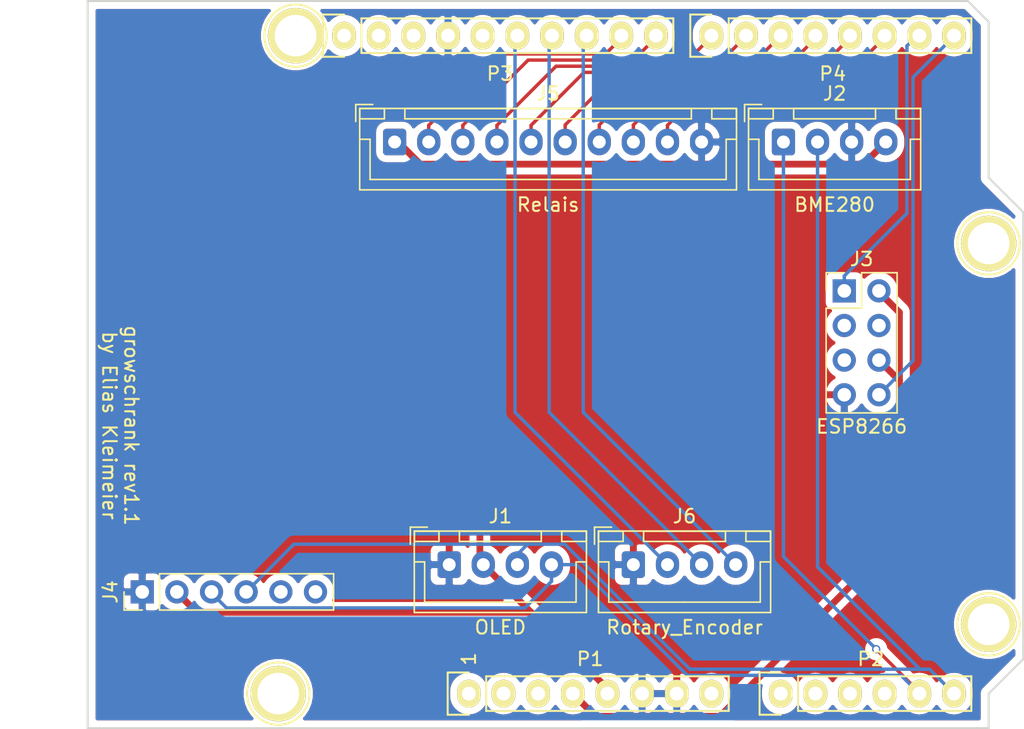
<source format=kicad_pcb>
(kicad_pcb (version 20171130) (host pcbnew 5.1.8-5.fc33)

  (general
    (thickness 1.6)
    (drawings 28)
    (tracks 95)
    (zones 0)
    (modules 14)
    (nets 19)
  )

  (page A4)
  (title_block
    (date "lun. 30 mars 2015")
  )

  (layers
    (0 F.Cu signal hide)
    (31 B.Cu signal hide)
    (32 B.Adhes user)
    (33 F.Adhes user hide)
    (34 B.Paste user)
    (35 F.Paste user)
    (36 B.SilkS user)
    (37 F.SilkS user)
    (38 B.Mask user)
    (39 F.Mask user)
    (40 Dwgs.User user)
    (41 Cmts.User user)
    (42 Eco1.User user)
    (43 Eco2.User user)
    (44 Edge.Cuts user)
    (45 Margin user)
    (46 B.CrtYd user)
    (47 F.CrtYd user)
    (48 B.Fab user)
    (49 F.Fab user)
  )

  (setup
    (last_trace_width 0.25)
    (trace_clearance 0.2)
    (zone_clearance 0.508)
    (zone_45_only no)
    (trace_min 0.2)
    (via_size 0.6)
    (via_drill 0.4)
    (via_min_size 0.4)
    (via_min_drill 0.3)
    (uvia_size 0.3)
    (uvia_drill 0.1)
    (uvias_allowed no)
    (uvia_min_size 0.2)
    (uvia_min_drill 0.1)
    (edge_width 0.15)
    (segment_width 0.15)
    (pcb_text_width 0.3)
    (pcb_text_size 1.5 1.5)
    (mod_edge_width 0.15)
    (mod_text_size 1 1)
    (mod_text_width 0.15)
    (pad_size 4.064 4.064)
    (pad_drill 3.048)
    (pad_to_mask_clearance 0)
    (aux_axis_origin 110.998 126.365)
    (grid_origin 110.998 126.365)
    (visible_elements FFFFFF7F)
    (pcbplotparams
      (layerselection 0x010ff_ffffffff)
      (usegerberextensions false)
      (usegerberattributes true)
      (usegerberadvancedattributes true)
      (creategerberjobfile true)
      (excludeedgelayer true)
      (linewidth 0.100000)
      (plotframeref false)
      (viasonmask false)
      (mode 1)
      (useauxorigin false)
      (hpglpennumber 1)
      (hpglpenspeed 20)
      (hpglpendiameter 15.000000)
      (psnegative false)
      (psa4output false)
      (plotreference true)
      (plotvalue true)
      (plotinvisibletext false)
      (padsonsilk false)
      (subtractmaskfromsilk false)
      (outputformat 1)
      (mirror false)
      (drillshape 0)
      (scaleselection 1)
      (outputdirectory ""))
  )

  (net 0 "")
  (net 1 +5V)
  (net 2 GND)
  (net 3 "/A4(SDA)")
  (net 4 "/A5(SCL)")
  (net 5 "/9(**)")
  (net 6 /8)
  (net 7 /7)
  (net 8 "/6(**)")
  (net 9 "/5(**)")
  (net 10 /4)
  (net 11 "/3(**)")
  (net 12 /2)
  (net 13 "/1(Tx)")
  (net 14 "/0(Rx)")
  (net 15 "/10(**/SS)")
  (net 16 +3V3)
  (net 17 "/12(MISO)")
  (net 18 "/11(**/MOSI)")

  (net_class Default "This is the default net class."
    (clearance 0.2)
    (trace_width 0.25)
    (via_dia 0.6)
    (via_drill 0.4)
    (uvia_dia 0.3)
    (uvia_drill 0.1)
    (add_net "/0(Rx)")
    (add_net "/1(Tx)")
    (add_net "/10(**/SS)")
    (add_net "/11(**/MOSI)")
    (add_net "/12(MISO)")
    (add_net /2)
    (add_net "/3(**)")
    (add_net /4)
    (add_net "/5(**)")
    (add_net "/6(**)")
    (add_net /7)
    (add_net /8)
    (add_net "/9(**)")
    (add_net "/A4(SDA)")
    (add_net "/A5(SCL)")
  )

  (net_class Power ""
    (clearance 0.4)
    (trace_width 0.5)
    (via_dia 0.6)
    (via_drill 0.4)
    (uvia_dia 0.3)
    (uvia_drill 0.1)
    (add_net +3V3)
    (add_net +5V)
    (add_net GND)
  )

  (module Connector_JST:JST_XH_B10B-XH-A_1x10_P2.50mm_Vertical (layer F.Cu) (tedit 5B7754C5) (tstamp 5FEC8A09)
    (at 133.498 83.365)
    (descr "JST XH series connector, B10B-XH-A (http://www.jst-mfg.com/product/pdf/eng/eXH.pdf), generated with kicad-footprint-generator")
    (tags "connector JST XH side entry")
    (path /5F9B09E4)
    (fp_text reference J5 (at 11.25 -3.55) (layer F.SilkS)
      (effects (font (size 1 1) (thickness 0.15)))
    )
    (fp_text value Relais (at 11.25 4.6) (layer F.SilkS)
      (effects (font (size 1 1) (thickness 0.15)))
    )
    (fp_text user %R (at 11.25 2.7) (layer F.Fab)
      (effects (font (size 1 1) (thickness 0.15)))
    )
    (fp_line (start -2.45 -2.35) (end -2.45 3.4) (layer F.Fab) (width 0.1))
    (fp_line (start -2.45 3.4) (end 24.95 3.4) (layer F.Fab) (width 0.1))
    (fp_line (start 24.95 3.4) (end 24.95 -2.35) (layer F.Fab) (width 0.1))
    (fp_line (start 24.95 -2.35) (end -2.45 -2.35) (layer F.Fab) (width 0.1))
    (fp_line (start -2.56 -2.46) (end -2.56 3.51) (layer F.SilkS) (width 0.12))
    (fp_line (start -2.56 3.51) (end 25.06 3.51) (layer F.SilkS) (width 0.12))
    (fp_line (start 25.06 3.51) (end 25.06 -2.46) (layer F.SilkS) (width 0.12))
    (fp_line (start 25.06 -2.46) (end -2.56 -2.46) (layer F.SilkS) (width 0.12))
    (fp_line (start -2.95 -2.85) (end -2.95 3.9) (layer F.CrtYd) (width 0.05))
    (fp_line (start -2.95 3.9) (end 25.45 3.9) (layer F.CrtYd) (width 0.05))
    (fp_line (start 25.45 3.9) (end 25.45 -2.85) (layer F.CrtYd) (width 0.05))
    (fp_line (start 25.45 -2.85) (end -2.95 -2.85) (layer F.CrtYd) (width 0.05))
    (fp_line (start -0.625 -2.35) (end 0 -1.35) (layer F.Fab) (width 0.1))
    (fp_line (start 0 -1.35) (end 0.625 -2.35) (layer F.Fab) (width 0.1))
    (fp_line (start 0.75 -2.45) (end 0.75 -1.7) (layer F.SilkS) (width 0.12))
    (fp_line (start 0.75 -1.7) (end 21.75 -1.7) (layer F.SilkS) (width 0.12))
    (fp_line (start 21.75 -1.7) (end 21.75 -2.45) (layer F.SilkS) (width 0.12))
    (fp_line (start 21.75 -2.45) (end 0.75 -2.45) (layer F.SilkS) (width 0.12))
    (fp_line (start -2.55 -2.45) (end -2.55 -1.7) (layer F.SilkS) (width 0.12))
    (fp_line (start -2.55 -1.7) (end -0.75 -1.7) (layer F.SilkS) (width 0.12))
    (fp_line (start -0.75 -1.7) (end -0.75 -2.45) (layer F.SilkS) (width 0.12))
    (fp_line (start -0.75 -2.45) (end -2.55 -2.45) (layer F.SilkS) (width 0.12))
    (fp_line (start 23.25 -2.45) (end 23.25 -1.7) (layer F.SilkS) (width 0.12))
    (fp_line (start 23.25 -1.7) (end 25.05 -1.7) (layer F.SilkS) (width 0.12))
    (fp_line (start 25.05 -1.7) (end 25.05 -2.45) (layer F.SilkS) (width 0.12))
    (fp_line (start 25.05 -2.45) (end 23.25 -2.45) (layer F.SilkS) (width 0.12))
    (fp_line (start -2.55 -0.2) (end -1.8 -0.2) (layer F.SilkS) (width 0.12))
    (fp_line (start -1.8 -0.2) (end -1.8 2.75) (layer F.SilkS) (width 0.12))
    (fp_line (start -1.8 2.75) (end 11.25 2.75) (layer F.SilkS) (width 0.12))
    (fp_line (start 25.05 -0.2) (end 24.3 -0.2) (layer F.SilkS) (width 0.12))
    (fp_line (start 24.3 -0.2) (end 24.3 2.75) (layer F.SilkS) (width 0.12))
    (fp_line (start 24.3 2.75) (end 11.25 2.75) (layer F.SilkS) (width 0.12))
    (fp_line (start -1.6 -2.75) (end -2.85 -2.75) (layer F.SilkS) (width 0.12))
    (fp_line (start -2.85 -2.75) (end -2.85 -1.5) (layer F.SilkS) (width 0.12))
    (pad 10 thru_hole oval (at 22.5 0) (size 1.7 1.95) (drill 0.95) (layers *.Cu *.Mask)
      (net 2 GND))
    (pad 9 thru_hole oval (at 20 0) (size 1.7 1.95) (drill 0.95) (layers *.Cu *.Mask)
      (net 12 /2))
    (pad 8 thru_hole oval (at 17.5 0) (size 1.7 1.95) (drill 0.95) (layers *.Cu *.Mask)
      (net 11 "/3(**)"))
    (pad 7 thru_hole oval (at 15 0) (size 1.7 1.95) (drill 0.95) (layers *.Cu *.Mask)
      (net 10 /4))
    (pad 6 thru_hole oval (at 12.5 0) (size 1.7 1.95) (drill 0.95) (layers *.Cu *.Mask)
      (net 9 "/5(**)"))
    (pad 5 thru_hole oval (at 10 0) (size 1.7 1.95) (drill 0.95) (layers *.Cu *.Mask)
      (net 8 "/6(**)"))
    (pad 4 thru_hole oval (at 7.5 0) (size 1.7 1.95) (drill 0.95) (layers *.Cu *.Mask)
      (net 7 /7))
    (pad 3 thru_hole oval (at 5 0) (size 1.7 1.95) (drill 0.95) (layers *.Cu *.Mask)
      (net 6 /8))
    (pad 2 thru_hole oval (at 2.5 0) (size 1.7 1.95) (drill 0.95) (layers *.Cu *.Mask)
      (net 5 "/9(**)"))
    (pad 1 thru_hole roundrect (at 0 0) (size 1.7 1.95) (drill 0.95) (layers *.Cu *.Mask) (roundrect_rratio 0.147059)
      (net 1 +5V))
    (model ${KISYS3DMOD}/Connector_JST.3dshapes/JST_XH_B10B-XH-A_1x10_P2.50mm_Vertical.wrl
      (at (xyz 0 0 0))
      (scale (xyz 1 1 1))
      (rotate (xyz 0 0 0))
    )
  )

  (module Connector_JST:JST_XH_B4B-XH-A_1x04_P2.50mm_Vertical (layer F.Cu) (tedit 5C28146C) (tstamp 5F9B4D38)
    (at 150.998 114.365)
    (descr "JST XH series connector, B4B-XH-A (http://www.jst-mfg.com/product/pdf/eng/eXH.pdf), generated with kicad-footprint-generator")
    (tags "connector JST XH vertical")
    (path /5FA6978B)
    (fp_text reference J6 (at 3.75 -3.55) (layer F.SilkS)
      (effects (font (size 1 1) (thickness 0.15)))
    )
    (fp_text value Rotary_Encoder (at 3.75 4.6) (layer F.SilkS)
      (effects (font (size 1 1) (thickness 0.15)))
    )
    (fp_line (start -2.85 -2.75) (end -2.85 -1.5) (layer F.SilkS) (width 0.12))
    (fp_line (start -1.6 -2.75) (end -2.85 -2.75) (layer F.SilkS) (width 0.12))
    (fp_line (start 9.3 2.75) (end 3.75 2.75) (layer F.SilkS) (width 0.12))
    (fp_line (start 9.3 -0.2) (end 9.3 2.75) (layer F.SilkS) (width 0.12))
    (fp_line (start 10.05 -0.2) (end 9.3 -0.2) (layer F.SilkS) (width 0.12))
    (fp_line (start -1.8 2.75) (end 3.75 2.75) (layer F.SilkS) (width 0.12))
    (fp_line (start -1.8 -0.2) (end -1.8 2.75) (layer F.SilkS) (width 0.12))
    (fp_line (start -2.55 -0.2) (end -1.8 -0.2) (layer F.SilkS) (width 0.12))
    (fp_line (start 10.05 -2.45) (end 8.25 -2.45) (layer F.SilkS) (width 0.12))
    (fp_line (start 10.05 -1.7) (end 10.05 -2.45) (layer F.SilkS) (width 0.12))
    (fp_line (start 8.25 -1.7) (end 10.05 -1.7) (layer F.SilkS) (width 0.12))
    (fp_line (start 8.25 -2.45) (end 8.25 -1.7) (layer F.SilkS) (width 0.12))
    (fp_line (start -0.75 -2.45) (end -2.55 -2.45) (layer F.SilkS) (width 0.12))
    (fp_line (start -0.75 -1.7) (end -0.75 -2.45) (layer F.SilkS) (width 0.12))
    (fp_line (start -2.55 -1.7) (end -0.75 -1.7) (layer F.SilkS) (width 0.12))
    (fp_line (start -2.55 -2.45) (end -2.55 -1.7) (layer F.SilkS) (width 0.12))
    (fp_line (start 6.75 -2.45) (end 0.75 -2.45) (layer F.SilkS) (width 0.12))
    (fp_line (start 6.75 -1.7) (end 6.75 -2.45) (layer F.SilkS) (width 0.12))
    (fp_line (start 0.75 -1.7) (end 6.75 -1.7) (layer F.SilkS) (width 0.12))
    (fp_line (start 0.75 -2.45) (end 0.75 -1.7) (layer F.SilkS) (width 0.12))
    (fp_line (start 0 -1.35) (end 0.625 -2.35) (layer F.Fab) (width 0.1))
    (fp_line (start -0.625 -2.35) (end 0 -1.35) (layer F.Fab) (width 0.1))
    (fp_line (start 10.45 -2.85) (end -2.95 -2.85) (layer F.CrtYd) (width 0.05))
    (fp_line (start 10.45 3.9) (end 10.45 -2.85) (layer F.CrtYd) (width 0.05))
    (fp_line (start -2.95 3.9) (end 10.45 3.9) (layer F.CrtYd) (width 0.05))
    (fp_line (start -2.95 -2.85) (end -2.95 3.9) (layer F.CrtYd) (width 0.05))
    (fp_line (start 10.06 -2.46) (end -2.56 -2.46) (layer F.SilkS) (width 0.12))
    (fp_line (start 10.06 3.51) (end 10.06 -2.46) (layer F.SilkS) (width 0.12))
    (fp_line (start -2.56 3.51) (end 10.06 3.51) (layer F.SilkS) (width 0.12))
    (fp_line (start -2.56 -2.46) (end -2.56 3.51) (layer F.SilkS) (width 0.12))
    (fp_line (start 9.95 -2.35) (end -2.45 -2.35) (layer F.Fab) (width 0.1))
    (fp_line (start 9.95 3.4) (end 9.95 -2.35) (layer F.Fab) (width 0.1))
    (fp_line (start -2.45 3.4) (end 9.95 3.4) (layer F.Fab) (width 0.1))
    (fp_line (start -2.45 -2.35) (end -2.45 3.4) (layer F.Fab) (width 0.1))
    (fp_text user %R (at 3.75 2.7) (layer F.Fab)
      (effects (font (size 1 1) (thickness 0.15)))
    )
    (pad 4 thru_hole oval (at 7.5 0) (size 1.7 1.95) (drill 0.95) (layers *.Cu *.Mask)
      (net 15 "/10(**/SS)"))
    (pad 3 thru_hole oval (at 5 0) (size 1.7 1.95) (drill 0.95) (layers *.Cu *.Mask)
      (net 18 "/11(**/MOSI)"))
    (pad 2 thru_hole oval (at 2.5 0) (size 1.7 1.95) (drill 0.95) (layers *.Cu *.Mask)
      (net 17 "/12(MISO)"))
    (pad 1 thru_hole roundrect (at 0 0) (size 1.7 1.95) (drill 0.95) (layers *.Cu *.Mask) (roundrect_rratio 0.147059)
      (net 2 GND))
    (model ${KISYS3DMOD}/Connector_JST.3dshapes/JST_XH_B4B-XH-A_1x04_P2.50mm_Vertical.wrl
      (at (xyz 0 0 0))
      (scale (xyz 1 1 1))
      (rotate (xyz 0 0 0))
    )
  )

  (module Connector_JST:JST_XH_B4B-XH-A_1x04_P2.50mm_Vertical (layer F.Cu) (tedit 5C28146C) (tstamp 5F9B37D0)
    (at 161.998 83.365)
    (descr "JST XH series connector, B4B-XH-A (http://www.jst-mfg.com/product/pdf/eng/eXH.pdf), generated with kicad-footprint-generator")
    (tags "connector JST XH vertical")
    (path /5F9B8C72)
    (fp_text reference J2 (at 3.75 -3.55) (layer F.SilkS)
      (effects (font (size 1 1) (thickness 0.15)))
    )
    (fp_text value BME280 (at 3.75 4.6) (layer F.SilkS)
      (effects (font (size 1 1) (thickness 0.15)))
    )
    (fp_line (start -2.85 -2.75) (end -2.85 -1.5) (layer F.SilkS) (width 0.12))
    (fp_line (start -1.6 -2.75) (end -2.85 -2.75) (layer F.SilkS) (width 0.12))
    (fp_line (start 9.3 2.75) (end 3.75 2.75) (layer F.SilkS) (width 0.12))
    (fp_line (start 9.3 -0.2) (end 9.3 2.75) (layer F.SilkS) (width 0.12))
    (fp_line (start 10.05 -0.2) (end 9.3 -0.2) (layer F.SilkS) (width 0.12))
    (fp_line (start -1.8 2.75) (end 3.75 2.75) (layer F.SilkS) (width 0.12))
    (fp_line (start -1.8 -0.2) (end -1.8 2.75) (layer F.SilkS) (width 0.12))
    (fp_line (start -2.55 -0.2) (end -1.8 -0.2) (layer F.SilkS) (width 0.12))
    (fp_line (start 10.05 -2.45) (end 8.25 -2.45) (layer F.SilkS) (width 0.12))
    (fp_line (start 10.05 -1.7) (end 10.05 -2.45) (layer F.SilkS) (width 0.12))
    (fp_line (start 8.25 -1.7) (end 10.05 -1.7) (layer F.SilkS) (width 0.12))
    (fp_line (start 8.25 -2.45) (end 8.25 -1.7) (layer F.SilkS) (width 0.12))
    (fp_line (start -0.75 -2.45) (end -2.55 -2.45) (layer F.SilkS) (width 0.12))
    (fp_line (start -0.75 -1.7) (end -0.75 -2.45) (layer F.SilkS) (width 0.12))
    (fp_line (start -2.55 -1.7) (end -0.75 -1.7) (layer F.SilkS) (width 0.12))
    (fp_line (start -2.55 -2.45) (end -2.55 -1.7) (layer F.SilkS) (width 0.12))
    (fp_line (start 6.75 -2.45) (end 0.75 -2.45) (layer F.SilkS) (width 0.12))
    (fp_line (start 6.75 -1.7) (end 6.75 -2.45) (layer F.SilkS) (width 0.12))
    (fp_line (start 0.75 -1.7) (end 6.75 -1.7) (layer F.SilkS) (width 0.12))
    (fp_line (start 0.75 -2.45) (end 0.75 -1.7) (layer F.SilkS) (width 0.12))
    (fp_line (start 0 -1.35) (end 0.625 -2.35) (layer F.Fab) (width 0.1))
    (fp_line (start -0.625 -2.35) (end 0 -1.35) (layer F.Fab) (width 0.1))
    (fp_line (start 10.45 -2.85) (end -2.95 -2.85) (layer F.CrtYd) (width 0.05))
    (fp_line (start 10.45 3.9) (end 10.45 -2.85) (layer F.CrtYd) (width 0.05))
    (fp_line (start -2.95 3.9) (end 10.45 3.9) (layer F.CrtYd) (width 0.05))
    (fp_line (start -2.95 -2.85) (end -2.95 3.9) (layer F.CrtYd) (width 0.05))
    (fp_line (start 10.06 -2.46) (end -2.56 -2.46) (layer F.SilkS) (width 0.12))
    (fp_line (start 10.06 3.51) (end 10.06 -2.46) (layer F.SilkS) (width 0.12))
    (fp_line (start -2.56 3.51) (end 10.06 3.51) (layer F.SilkS) (width 0.12))
    (fp_line (start -2.56 -2.46) (end -2.56 3.51) (layer F.SilkS) (width 0.12))
    (fp_line (start 9.95 -2.35) (end -2.45 -2.35) (layer F.Fab) (width 0.1))
    (fp_line (start 9.95 3.4) (end 9.95 -2.35) (layer F.Fab) (width 0.1))
    (fp_line (start -2.45 3.4) (end 9.95 3.4) (layer F.Fab) (width 0.1))
    (fp_line (start -2.45 -2.35) (end -2.45 3.4) (layer F.Fab) (width 0.1))
    (fp_text user %R (at 3.75 2.7) (layer F.Fab)
      (effects (font (size 1 1) (thickness 0.15)))
    )
    (pad 4 thru_hole oval (at 7.5 0) (size 1.7 1.95) (drill 0.95) (layers *.Cu *.Mask)
      (net 1 +5V))
    (pad 3 thru_hole oval (at 5 0) (size 1.7 1.95) (drill 0.95) (layers *.Cu *.Mask)
      (net 2 GND))
    (pad 2 thru_hole oval (at 2.5 0) (size 1.7 1.95) (drill 0.95) (layers *.Cu *.Mask)
      (net 4 "/A5(SCL)"))
    (pad 1 thru_hole roundrect (at 0 0) (size 1.7 1.95) (drill 0.95) (layers *.Cu *.Mask) (roundrect_rratio 0.147059)
      (net 3 "/A4(SDA)"))
    (model ${KISYS3DMOD}/Connector_JST.3dshapes/JST_XH_B4B-XH-A_1x04_P2.50mm_Vertical.wrl
      (at (xyz 0 0 0))
      (scale (xyz 1 1 1))
      (rotate (xyz 0 0 0))
    )
  )

  (module Connector_JST:JST_XH_B4B-XH-A_1x04_P2.50mm_Vertical (layer F.Cu) (tedit 5C28146C) (tstamp 5F9B379C)
    (at 137.498 114.365)
    (descr "JST XH series connector, B4B-XH-A (http://www.jst-mfg.com/product/pdf/eng/eXH.pdf), generated with kicad-footprint-generator")
    (tags "connector JST XH vertical")
    (path /5F9AF856)
    (fp_text reference J1 (at 3.75 -3.55) (layer F.SilkS)
      (effects (font (size 1 1) (thickness 0.15)))
    )
    (fp_text value OLED (at 3.75 4.6) (layer F.SilkS)
      (effects (font (size 1 1) (thickness 0.15)))
    )
    (fp_line (start -2.85 -2.75) (end -2.85 -1.5) (layer F.SilkS) (width 0.12))
    (fp_line (start -1.6 -2.75) (end -2.85 -2.75) (layer F.SilkS) (width 0.12))
    (fp_line (start 9.3 2.75) (end 3.75 2.75) (layer F.SilkS) (width 0.12))
    (fp_line (start 9.3 -0.2) (end 9.3 2.75) (layer F.SilkS) (width 0.12))
    (fp_line (start 10.05 -0.2) (end 9.3 -0.2) (layer F.SilkS) (width 0.12))
    (fp_line (start -1.8 2.75) (end 3.75 2.75) (layer F.SilkS) (width 0.12))
    (fp_line (start -1.8 -0.2) (end -1.8 2.75) (layer F.SilkS) (width 0.12))
    (fp_line (start -2.55 -0.2) (end -1.8 -0.2) (layer F.SilkS) (width 0.12))
    (fp_line (start 10.05 -2.45) (end 8.25 -2.45) (layer F.SilkS) (width 0.12))
    (fp_line (start 10.05 -1.7) (end 10.05 -2.45) (layer F.SilkS) (width 0.12))
    (fp_line (start 8.25 -1.7) (end 10.05 -1.7) (layer F.SilkS) (width 0.12))
    (fp_line (start 8.25 -2.45) (end 8.25 -1.7) (layer F.SilkS) (width 0.12))
    (fp_line (start -0.75 -2.45) (end -2.55 -2.45) (layer F.SilkS) (width 0.12))
    (fp_line (start -0.75 -1.7) (end -0.75 -2.45) (layer F.SilkS) (width 0.12))
    (fp_line (start -2.55 -1.7) (end -0.75 -1.7) (layer F.SilkS) (width 0.12))
    (fp_line (start -2.55 -2.45) (end -2.55 -1.7) (layer F.SilkS) (width 0.12))
    (fp_line (start 6.75 -2.45) (end 0.75 -2.45) (layer F.SilkS) (width 0.12))
    (fp_line (start 6.75 -1.7) (end 6.75 -2.45) (layer F.SilkS) (width 0.12))
    (fp_line (start 0.75 -1.7) (end 6.75 -1.7) (layer F.SilkS) (width 0.12))
    (fp_line (start 0.75 -2.45) (end 0.75 -1.7) (layer F.SilkS) (width 0.12))
    (fp_line (start 0 -1.35) (end 0.625 -2.35) (layer F.Fab) (width 0.1))
    (fp_line (start -0.625 -2.35) (end 0 -1.35) (layer F.Fab) (width 0.1))
    (fp_line (start 10.45 -2.85) (end -2.95 -2.85) (layer F.CrtYd) (width 0.05))
    (fp_line (start 10.45 3.9) (end 10.45 -2.85) (layer F.CrtYd) (width 0.05))
    (fp_line (start -2.95 3.9) (end 10.45 3.9) (layer F.CrtYd) (width 0.05))
    (fp_line (start -2.95 -2.85) (end -2.95 3.9) (layer F.CrtYd) (width 0.05))
    (fp_line (start 10.06 -2.46) (end -2.56 -2.46) (layer F.SilkS) (width 0.12))
    (fp_line (start 10.06 3.51) (end 10.06 -2.46) (layer F.SilkS) (width 0.12))
    (fp_line (start -2.56 3.51) (end 10.06 3.51) (layer F.SilkS) (width 0.12))
    (fp_line (start -2.56 -2.46) (end -2.56 3.51) (layer F.SilkS) (width 0.12))
    (fp_line (start 9.95 -2.35) (end -2.45 -2.35) (layer F.Fab) (width 0.1))
    (fp_line (start 9.95 3.4) (end 9.95 -2.35) (layer F.Fab) (width 0.1))
    (fp_line (start -2.45 3.4) (end 9.95 3.4) (layer F.Fab) (width 0.1))
    (fp_line (start -2.45 -2.35) (end -2.45 3.4) (layer F.Fab) (width 0.1))
    (fp_text user %R (at 3.75 2.7) (layer F.Fab)
      (effects (font (size 1 1) (thickness 0.15)))
    )
    (pad 4 thru_hole oval (at 7.5 0) (size 1.7 1.95) (drill 0.95) (layers *.Cu *.Mask)
      (net 3 "/A4(SDA)"))
    (pad 3 thru_hole oval (at 5 0) (size 1.7 1.95) (drill 0.95) (layers *.Cu *.Mask)
      (net 4 "/A5(SCL)"))
    (pad 2 thru_hole oval (at 2.5 0) (size 1.7 1.95) (drill 0.95) (layers *.Cu *.Mask)
      (net 1 +5V))
    (pad 1 thru_hole roundrect (at 0 0) (size 1.7 1.95) (drill 0.95) (layers *.Cu *.Mask) (roundrect_rratio 0.147059)
      (net 2 GND))
    (model ${KISYS3DMOD}/Connector_JST.3dshapes/JST_XH_B4B-XH-A_1x04_P2.50mm_Vertical.wrl
      (at (xyz 0 0 0))
      (scale (xyz 1 1 1))
      (rotate (xyz 0 0 0))
    )
  )

  (module Connector_PinHeader_2.54mm:PinHeader_2x04_P2.54mm_Vertical (layer F.Cu) (tedit 59FED5CC) (tstamp 5F9B70F5)
    (at 166.458 94.285)
    (descr "Through hole straight pin header, 2x04, 2.54mm pitch, double rows")
    (tags "Through hole pin header THT 2x04 2.54mm double row")
    (path /5FA7595F)
    (fp_text reference J3 (at 1.27 -2.33) (layer F.SilkS)
      (effects (font (size 1 1) (thickness 0.15)))
    )
    (fp_text value ESP8266 (at 1.27 9.95) (layer F.SilkS)
      (effects (font (size 1 1) (thickness 0.15)))
    )
    (fp_line (start 4.35 -1.8) (end -1.8 -1.8) (layer F.CrtYd) (width 0.05))
    (fp_line (start 4.35 9.4) (end 4.35 -1.8) (layer F.CrtYd) (width 0.05))
    (fp_line (start -1.8 9.4) (end 4.35 9.4) (layer F.CrtYd) (width 0.05))
    (fp_line (start -1.8 -1.8) (end -1.8 9.4) (layer F.CrtYd) (width 0.05))
    (fp_line (start -1.33 -1.33) (end 0 -1.33) (layer F.SilkS) (width 0.12))
    (fp_line (start -1.33 0) (end -1.33 -1.33) (layer F.SilkS) (width 0.12))
    (fp_line (start 1.27 -1.33) (end 3.87 -1.33) (layer F.SilkS) (width 0.12))
    (fp_line (start 1.27 1.27) (end 1.27 -1.33) (layer F.SilkS) (width 0.12))
    (fp_line (start -1.33 1.27) (end 1.27 1.27) (layer F.SilkS) (width 0.12))
    (fp_line (start 3.87 -1.33) (end 3.87 8.95) (layer F.SilkS) (width 0.12))
    (fp_line (start -1.33 1.27) (end -1.33 8.95) (layer F.SilkS) (width 0.12))
    (fp_line (start -1.33 8.95) (end 3.87 8.95) (layer F.SilkS) (width 0.12))
    (fp_line (start -1.27 0) (end 0 -1.27) (layer F.Fab) (width 0.1))
    (fp_line (start -1.27 8.89) (end -1.27 0) (layer F.Fab) (width 0.1))
    (fp_line (start 3.81 8.89) (end -1.27 8.89) (layer F.Fab) (width 0.1))
    (fp_line (start 3.81 -1.27) (end 3.81 8.89) (layer F.Fab) (width 0.1))
    (fp_line (start 0 -1.27) (end 3.81 -1.27) (layer F.Fab) (width 0.1))
    (fp_text user %R (at 1.27 3.81 90) (layer F.Fab)
      (effects (font (size 1 1) (thickness 0.15)))
    )
    (pad 8 thru_hole oval (at 2.54 7.62) (size 1.7 1.7) (drill 1) (layers *.Cu *.Mask)
      (net 14 "/0(Rx)"))
    (pad 7 thru_hole oval (at 0 7.62) (size 1.7 1.7) (drill 1) (layers *.Cu *.Mask)
      (net 2 GND))
    (pad 6 thru_hole oval (at 2.54 5.08) (size 1.7 1.7) (drill 1) (layers *.Cu *.Mask)
      (net 16 +3V3))
    (pad 5 thru_hole oval (at 0 5.08) (size 1.7 1.7) (drill 1) (layers *.Cu *.Mask))
    (pad 4 thru_hole oval (at 2.54 2.54) (size 1.7 1.7) (drill 1) (layers *.Cu *.Mask))
    (pad 3 thru_hole oval (at 0 2.54) (size 1.7 1.7) (drill 1) (layers *.Cu *.Mask))
    (pad 2 thru_hole oval (at 2.54 0) (size 1.7 1.7) (drill 1) (layers *.Cu *.Mask)
      (net 16 +3V3))
    (pad 1 thru_hole rect (at 0 0) (size 1.7 1.7) (drill 1) (layers *.Cu *.Mask)
      (net 13 "/1(Tx)"))
    (model ${KISYS3DMOD}/Connector_PinHeader_2.54mm.3dshapes/PinHeader_2x04_P2.54mm_Vertical.wrl
      (at (xyz 0 0 0))
      (scale (xyz 1 1 1))
      (rotate (xyz 0 0 0))
    )
  )

  (module Connector_PinHeader_2.54mm:PinHeader_1x06_P2.54mm_Vertical (layer F.Cu) (tedit 59FED5CC) (tstamp 5F9B3808)
    (at 114.998 116.365 90)
    (descr "Through hole straight pin header, 1x06, 2.54mm pitch, single row")
    (tags "Through hole pin header THT 1x06 2.54mm single row")
    (path /5F9C58C1)
    (fp_text reference J4 (at 0 -2.33 270) (layer F.SilkS)
      (effects (font (size 1 1) (thickness 0.15)))
    )
    (fp_text value DS3231 (at 0 15.03 270) (layer F.Fab)
      (effects (font (size 1 1) (thickness 0.15)))
    )
    (fp_line (start 1.8 -1.8) (end -1.8 -1.8) (layer F.CrtYd) (width 0.05))
    (fp_line (start 1.8 14.5) (end 1.8 -1.8) (layer F.CrtYd) (width 0.05))
    (fp_line (start -1.8 14.5) (end 1.8 14.5) (layer F.CrtYd) (width 0.05))
    (fp_line (start -1.8 -1.8) (end -1.8 14.5) (layer F.CrtYd) (width 0.05))
    (fp_line (start -1.33 -1.33) (end 0 -1.33) (layer F.SilkS) (width 0.12))
    (fp_line (start -1.33 0) (end -1.33 -1.33) (layer F.SilkS) (width 0.12))
    (fp_line (start -1.33 1.27) (end 1.33 1.27) (layer F.SilkS) (width 0.12))
    (fp_line (start 1.33 1.27) (end 1.33 14.03) (layer F.SilkS) (width 0.12))
    (fp_line (start -1.33 1.27) (end -1.33 14.03) (layer F.SilkS) (width 0.12))
    (fp_line (start -1.33 14.03) (end 1.33 14.03) (layer F.SilkS) (width 0.12))
    (fp_line (start -1.27 -0.635) (end -0.635 -1.27) (layer F.Fab) (width 0.1))
    (fp_line (start -1.27 13.97) (end -1.27 -0.635) (layer F.Fab) (width 0.1))
    (fp_line (start 1.27 13.97) (end -1.27 13.97) (layer F.Fab) (width 0.1))
    (fp_line (start 1.27 -1.27) (end 1.27 13.97) (layer F.Fab) (width 0.1))
    (fp_line (start -0.635 -1.27) (end 1.27 -1.27) (layer F.Fab) (width 0.1))
    (fp_text user %R (at 0 6.35 180) (layer F.Fab)
      (effects (font (size 1 1) (thickness 0.15)))
    )
    (pad 6 thru_hole oval (at 0 12.7 90) (size 1.7 1.7) (drill 1) (layers *.Cu *.Mask))
    (pad 5 thru_hole oval (at 0 10.16 90) (size 1.7 1.7) (drill 1) (layers *.Cu *.Mask))
    (pad 4 thru_hole oval (at 0 7.62 90) (size 1.7 1.7) (drill 1) (layers *.Cu *.Mask)
      (net 4 "/A5(SCL)"))
    (pad 3 thru_hole oval (at 0 5.08 90) (size 1.7 1.7) (drill 1) (layers *.Cu *.Mask)
      (net 3 "/A4(SDA)"))
    (pad 2 thru_hole oval (at 0 2.54 90) (size 1.7 1.7) (drill 1) (layers *.Cu *.Mask)
      (net 1 +5V))
    (pad 1 thru_hole rect (at 0 0 90) (size 1.7 1.7) (drill 1) (layers *.Cu *.Mask)
      (net 2 GND))
    (model ${KISYS3DMOD}/Connector_PinHeader_2.54mm.3dshapes/PinHeader_1x06_P2.54mm_Vertical.wrl
      (at (xyz 0 0 0))
      (scale (xyz 1 1 1))
      (rotate (xyz 0 0 0))
    )
  )

  (module Socket_Arduino_Uno:Socket_Strip_Arduino_1x08 locked (layer F.Cu) (tedit 552168D2) (tstamp 551AF9EA)
    (at 138.938 123.825)
    (descr "Through hole socket strip")
    (tags "socket strip")
    (path /56D70129)
    (fp_text reference P1 (at 8.89 -2.54) (layer F.SilkS)
      (effects (font (size 1 1) (thickness 0.15)))
    )
    (fp_text value Power (at 8.89 -4.064) (layer F.Fab)
      (effects (font (size 1 1) (thickness 0.15)))
    )
    (fp_line (start -1.75 -1.75) (end -1.75 1.75) (layer F.CrtYd) (width 0.05))
    (fp_line (start 19.55 -1.75) (end 19.55 1.75) (layer F.CrtYd) (width 0.05))
    (fp_line (start -1.75 -1.75) (end 19.55 -1.75) (layer F.CrtYd) (width 0.05))
    (fp_line (start -1.75 1.75) (end 19.55 1.75) (layer F.CrtYd) (width 0.05))
    (fp_line (start 1.27 1.27) (end 19.05 1.27) (layer F.SilkS) (width 0.15))
    (fp_line (start 19.05 1.27) (end 19.05 -1.27) (layer F.SilkS) (width 0.15))
    (fp_line (start 19.05 -1.27) (end 1.27 -1.27) (layer F.SilkS) (width 0.15))
    (fp_line (start -1.55 1.55) (end 0 1.55) (layer F.SilkS) (width 0.15))
    (fp_line (start 1.27 1.27) (end 1.27 -1.27) (layer F.SilkS) (width 0.15))
    (fp_line (start 0 -1.55) (end -1.55 -1.55) (layer F.SilkS) (width 0.15))
    (fp_line (start -1.55 -1.55) (end -1.55 1.55) (layer F.SilkS) (width 0.15))
    (pad 1 thru_hole oval (at 0 0) (size 1.7272 2.032) (drill 1.016) (layers *.Cu *.Mask F.SilkS))
    (pad 2 thru_hole oval (at 2.54 0) (size 1.7272 2.032) (drill 1.016) (layers *.Cu *.Mask F.SilkS))
    (pad 3 thru_hole oval (at 5.08 0) (size 1.7272 2.032) (drill 1.016) (layers *.Cu *.Mask F.SilkS))
    (pad 4 thru_hole oval (at 7.62 0) (size 1.7272 2.032) (drill 1.016) (layers *.Cu *.Mask F.SilkS)
      (net 16 +3V3))
    (pad 5 thru_hole oval (at 10.16 0) (size 1.7272 2.032) (drill 1.016) (layers *.Cu *.Mask F.SilkS)
      (net 1 +5V))
    (pad 6 thru_hole oval (at 12.7 0) (size 1.7272 2.032) (drill 1.016) (layers *.Cu *.Mask F.SilkS)
      (net 2 GND))
    (pad 7 thru_hole oval (at 15.24 0) (size 1.7272 2.032) (drill 1.016) (layers *.Cu *.Mask F.SilkS)
      (net 2 GND))
    (pad 8 thru_hole oval (at 17.78 0) (size 1.7272 2.032) (drill 1.016) (layers *.Cu *.Mask F.SilkS))
    (model ${KIPRJMOD}/Socket_Arduino_Uno.3dshapes/Socket_header_Arduino_1x08.wrl
      (offset (xyz 8.889999866485596 0 0))
      (scale (xyz 1 1 1))
      (rotate (xyz 0 0 180))
    )
  )

  (module Socket_Arduino_Uno:Socket_Strip_Arduino_1x06 locked (layer F.Cu) (tedit 552168D6) (tstamp 551AF9FF)
    (at 161.798 123.825)
    (descr "Through hole socket strip")
    (tags "socket strip")
    (path /56D70DD8)
    (fp_text reference P2 (at 6.604 -2.54) (layer F.SilkS)
      (effects (font (size 1 1) (thickness 0.15)))
    )
    (fp_text value Analog (at 6.604 -4.064) (layer F.Fab)
      (effects (font (size 1 1) (thickness 0.15)))
    )
    (fp_line (start -1.75 -1.75) (end -1.75 1.75) (layer F.CrtYd) (width 0.05))
    (fp_line (start 14.45 -1.75) (end 14.45 1.75) (layer F.CrtYd) (width 0.05))
    (fp_line (start -1.75 -1.75) (end 14.45 -1.75) (layer F.CrtYd) (width 0.05))
    (fp_line (start -1.75 1.75) (end 14.45 1.75) (layer F.CrtYd) (width 0.05))
    (fp_line (start 1.27 1.27) (end 13.97 1.27) (layer F.SilkS) (width 0.15))
    (fp_line (start 13.97 1.27) (end 13.97 -1.27) (layer F.SilkS) (width 0.15))
    (fp_line (start 13.97 -1.27) (end 1.27 -1.27) (layer F.SilkS) (width 0.15))
    (fp_line (start -1.55 1.55) (end 0 1.55) (layer F.SilkS) (width 0.15))
    (fp_line (start 1.27 1.27) (end 1.27 -1.27) (layer F.SilkS) (width 0.15))
    (fp_line (start 0 -1.55) (end -1.55 -1.55) (layer F.SilkS) (width 0.15))
    (fp_line (start -1.55 -1.55) (end -1.55 1.55) (layer F.SilkS) (width 0.15))
    (pad 1 thru_hole oval (at 0 0) (size 1.7272 2.032) (drill 1.016) (layers *.Cu *.Mask F.SilkS))
    (pad 2 thru_hole oval (at 2.54 0) (size 1.7272 2.032) (drill 1.016) (layers *.Cu *.Mask F.SilkS))
    (pad 3 thru_hole oval (at 5.08 0) (size 1.7272 2.032) (drill 1.016) (layers *.Cu *.Mask F.SilkS))
    (pad 4 thru_hole oval (at 7.62 0) (size 1.7272 2.032) (drill 1.016) (layers *.Cu *.Mask F.SilkS))
    (pad 5 thru_hole oval (at 10.16 0) (size 1.7272 2.032) (drill 1.016) (layers *.Cu *.Mask F.SilkS)
      (net 3 "/A4(SDA)"))
    (pad 6 thru_hole oval (at 12.7 0) (size 1.7272 2.032) (drill 1.016) (layers *.Cu *.Mask F.SilkS)
      (net 4 "/A5(SCL)"))
    (model ${KIPRJMOD}/Socket_Arduino_Uno.3dshapes/Socket_header_Arduino_1x06.wrl
      (offset (xyz 6.349999904632568 0 0))
      (scale (xyz 1 1 1))
      (rotate (xyz 0 0 180))
    )
  )

  (module Socket_Arduino_Uno:Socket_Strip_Arduino_1x10 locked (layer F.Cu) (tedit 552168BF) (tstamp 551AFA18)
    (at 129.794 75.565)
    (descr "Through hole socket strip")
    (tags "socket strip")
    (path /56D721E0)
    (fp_text reference P3 (at 11.43 2.794) (layer F.SilkS)
      (effects (font (size 1 1) (thickness 0.15)))
    )
    (fp_text value Digital (at 11.43 4.318) (layer F.Fab)
      (effects (font (size 1 1) (thickness 0.15)))
    )
    (fp_line (start -1.75 -1.75) (end -1.75 1.75) (layer F.CrtYd) (width 0.05))
    (fp_line (start 24.65 -1.75) (end 24.65 1.75) (layer F.CrtYd) (width 0.05))
    (fp_line (start -1.75 -1.75) (end 24.65 -1.75) (layer F.CrtYd) (width 0.05))
    (fp_line (start -1.75 1.75) (end 24.65 1.75) (layer F.CrtYd) (width 0.05))
    (fp_line (start 1.27 1.27) (end 24.13 1.27) (layer F.SilkS) (width 0.15))
    (fp_line (start 24.13 1.27) (end 24.13 -1.27) (layer F.SilkS) (width 0.15))
    (fp_line (start 24.13 -1.27) (end 1.27 -1.27) (layer F.SilkS) (width 0.15))
    (fp_line (start -1.55 1.55) (end 0 1.55) (layer F.SilkS) (width 0.15))
    (fp_line (start 1.27 1.27) (end 1.27 -1.27) (layer F.SilkS) (width 0.15))
    (fp_line (start 0 -1.55) (end -1.55 -1.55) (layer F.SilkS) (width 0.15))
    (fp_line (start -1.55 -1.55) (end -1.55 1.55) (layer F.SilkS) (width 0.15))
    (pad 1 thru_hole oval (at 0 0) (size 1.7272 2.032) (drill 1.016) (layers *.Cu *.Mask F.SilkS)
      (net 4 "/A5(SCL)"))
    (pad 2 thru_hole oval (at 2.54 0) (size 1.7272 2.032) (drill 1.016) (layers *.Cu *.Mask F.SilkS)
      (net 3 "/A4(SDA)"))
    (pad 3 thru_hole oval (at 5.08 0) (size 1.7272 2.032) (drill 1.016) (layers *.Cu *.Mask F.SilkS))
    (pad 4 thru_hole oval (at 7.62 0) (size 1.7272 2.032) (drill 1.016) (layers *.Cu *.Mask F.SilkS)
      (net 2 GND))
    (pad 5 thru_hole oval (at 10.16 0) (size 1.7272 2.032) (drill 1.016) (layers *.Cu *.Mask F.SilkS))
    (pad 6 thru_hole oval (at 12.7 0) (size 1.7272 2.032) (drill 1.016) (layers *.Cu *.Mask F.SilkS)
      (net 17 "/12(MISO)"))
    (pad 7 thru_hole oval (at 15.24 0) (size 1.7272 2.032) (drill 1.016) (layers *.Cu *.Mask F.SilkS)
      (net 18 "/11(**/MOSI)"))
    (pad 8 thru_hole oval (at 17.78 0) (size 1.7272 2.032) (drill 1.016) (layers *.Cu *.Mask F.SilkS)
      (net 15 "/10(**/SS)"))
    (pad 9 thru_hole oval (at 20.32 0) (size 1.7272 2.032) (drill 1.016) (layers *.Cu *.Mask F.SilkS)
      (net 5 "/9(**)"))
    (pad 10 thru_hole oval (at 22.86 0) (size 1.7272 2.032) (drill 1.016) (layers *.Cu *.Mask F.SilkS)
      (net 6 /8))
    (model ${KIPRJMOD}/Socket_Arduino_Uno.3dshapes/Socket_header_Arduino_1x10.wrl
      (offset (xyz 11.42999982833862 0 0))
      (scale (xyz 1 1 1))
      (rotate (xyz 0 0 180))
    )
  )

  (module Socket_Arduino_Uno:Socket_Strip_Arduino_1x08 locked (layer F.Cu) (tedit 552168C7) (tstamp 551AFA2F)
    (at 156.718 75.565)
    (descr "Through hole socket strip")
    (tags "socket strip")
    (path /56D7164F)
    (fp_text reference P4 (at 8.89 2.794) (layer F.SilkS)
      (effects (font (size 1 1) (thickness 0.15)))
    )
    (fp_text value Digital (at 8.89 4.318) (layer F.Fab)
      (effects (font (size 1 1) (thickness 0.15)))
    )
    (fp_line (start -1.75 -1.75) (end -1.75 1.75) (layer F.CrtYd) (width 0.05))
    (fp_line (start 19.55 -1.75) (end 19.55 1.75) (layer F.CrtYd) (width 0.05))
    (fp_line (start -1.75 -1.75) (end 19.55 -1.75) (layer F.CrtYd) (width 0.05))
    (fp_line (start -1.75 1.75) (end 19.55 1.75) (layer F.CrtYd) (width 0.05))
    (fp_line (start 1.27 1.27) (end 19.05 1.27) (layer F.SilkS) (width 0.15))
    (fp_line (start 19.05 1.27) (end 19.05 -1.27) (layer F.SilkS) (width 0.15))
    (fp_line (start 19.05 -1.27) (end 1.27 -1.27) (layer F.SilkS) (width 0.15))
    (fp_line (start -1.55 1.55) (end 0 1.55) (layer F.SilkS) (width 0.15))
    (fp_line (start 1.27 1.27) (end 1.27 -1.27) (layer F.SilkS) (width 0.15))
    (fp_line (start 0 -1.55) (end -1.55 -1.55) (layer F.SilkS) (width 0.15))
    (fp_line (start -1.55 -1.55) (end -1.55 1.55) (layer F.SilkS) (width 0.15))
    (pad 1 thru_hole oval (at 0 0) (size 1.7272 2.032) (drill 1.016) (layers *.Cu *.Mask F.SilkS)
      (net 7 /7))
    (pad 2 thru_hole oval (at 2.54 0) (size 1.7272 2.032) (drill 1.016) (layers *.Cu *.Mask F.SilkS)
      (net 8 "/6(**)"))
    (pad 3 thru_hole oval (at 5.08 0) (size 1.7272 2.032) (drill 1.016) (layers *.Cu *.Mask F.SilkS)
      (net 9 "/5(**)"))
    (pad 4 thru_hole oval (at 7.62 0) (size 1.7272 2.032) (drill 1.016) (layers *.Cu *.Mask F.SilkS)
      (net 10 /4))
    (pad 5 thru_hole oval (at 10.16 0) (size 1.7272 2.032) (drill 1.016) (layers *.Cu *.Mask F.SilkS)
      (net 11 "/3(**)"))
    (pad 6 thru_hole oval (at 12.7 0) (size 1.7272 2.032) (drill 1.016) (layers *.Cu *.Mask F.SilkS)
      (net 12 /2))
    (pad 7 thru_hole oval (at 15.24 0) (size 1.7272 2.032) (drill 1.016) (layers *.Cu *.Mask F.SilkS)
      (net 13 "/1(Tx)"))
    (pad 8 thru_hole oval (at 17.78 0) (size 1.7272 2.032) (drill 1.016) (layers *.Cu *.Mask F.SilkS)
      (net 14 "/0(Rx)"))
    (model ${KIPRJMOD}/Socket_Arduino_Uno.3dshapes/Socket_header_Arduino_1x08.wrl
      (offset (xyz 8.889999866485596 0 0))
      (scale (xyz 1 1 1))
      (rotate (xyz 0 0 180))
    )
  )

  (module Socket_Arduino_Uno:Arduino_1pin locked (layer F.Cu) (tedit 5524FC39) (tstamp 5524FC3F)
    (at 124.968 123.825)
    (descr "module 1 pin (ou trou mecanique de percage)")
    (tags DEV)
    (path /56D71177)
    (fp_text reference P5 (at 0 -3.048) (layer F.SilkS) hide
      (effects (font (size 1 1) (thickness 0.15)))
    )
    (fp_text value CONN_01X01 (at 0 2.794) (layer F.Fab) hide
      (effects (font (size 1 1) (thickness 0.15)))
    )
    (fp_circle (center 0 0) (end 0 -2.286) (layer F.SilkS) (width 0.15))
    (pad 1 thru_hole circle (at 0 0) (size 4.064 4.064) (drill 3.048) (layers *.Cu *.Mask F.SilkS))
  )

  (module Socket_Arduino_Uno:Arduino_1pin locked (layer F.Cu) (tedit 5524FC4A) (tstamp 5524FC44)
    (at 177.038 118.745)
    (descr "module 1 pin (ou trou mecanique de percage)")
    (tags DEV)
    (path /56D71274)
    (fp_text reference P6 (at 0 -3.048) (layer F.SilkS) hide
      (effects (font (size 1 1) (thickness 0.15)))
    )
    (fp_text value CONN_01X01 (at 0 2.794) (layer F.Fab) hide
      (effects (font (size 1 1) (thickness 0.15)))
    )
    (fp_circle (center 0 0) (end 0 -2.286) (layer F.SilkS) (width 0.15))
    (pad 1 thru_hole circle (at 0 0) (size 4.064 4.064) (drill 3.048) (layers *.Cu *.Mask F.SilkS))
  )

  (module Socket_Arduino_Uno:Arduino_1pin locked (layer F.Cu) (tedit 5524FC2F) (tstamp 5524FC49)
    (at 126.238 75.565)
    (descr "module 1 pin (ou trou mecanique de percage)")
    (tags DEV)
    (path /56D712A8)
    (fp_text reference P7 (at 0 -3.048) (layer F.SilkS) hide
      (effects (font (size 1 1) (thickness 0.15)))
    )
    (fp_text value CONN_01X01 (at 0 2.794) (layer F.Fab) hide
      (effects (font (size 1 1) (thickness 0.15)))
    )
    (fp_circle (center 0 0) (end 0 -2.286) (layer F.SilkS) (width 0.15))
    (pad 1 thru_hole circle (at 0 0) (size 4.064 4.064) (drill 3.048) (layers *.Cu *.Mask F.SilkS))
  )

  (module Socket_Arduino_Uno:Arduino_1pin locked (layer F.Cu) (tedit 5524FC41) (tstamp 5524FC4E)
    (at 177.038 90.805)
    (descr "module 1 pin (ou trou mecanique de percage)")
    (tags DEV)
    (path /56D712DB)
    (fp_text reference P8 (at 0 -3.048) (layer F.SilkS) hide
      (effects (font (size 1 1) (thickness 0.15)))
    )
    (fp_text value CONN_01X01 (at 0 2.794) (layer F.Fab) hide
      (effects (font (size 1 1) (thickness 0.15)))
    )
    (fp_circle (center 0 0) (end 0 -2.286) (layer F.SilkS) (width 0.15))
    (pad 1 thru_hole circle (at 0 0) (size 4.064 4.064) (drill 3.048) (layers *.Cu *.Mask F.SilkS))
  )

  (gr_text "growschrank rev1.1\nby Elias Kleimeier" (at 113.398 104.165 270) (layer F.SilkS) (tstamp 5FEC8EB8)
    (effects (font (size 1 1) (thickness 0.15)))
  )
  (gr_text 1 (at 138.938 121.285 90) (layer F.SilkS)
    (effects (font (size 1 1) (thickness 0.15)))
  )
  (gr_circle (center 117.348 76.962) (end 118.618 76.962) (layer Dwgs.User) (width 0.15))
  (gr_line (start 114.427 78.994) (end 114.427 74.93) (angle 90) (layer Dwgs.User) (width 0.15))
  (gr_line (start 120.269 78.994) (end 114.427 78.994) (angle 90) (layer Dwgs.User) (width 0.15))
  (gr_line (start 120.269 74.93) (end 120.269 78.994) (angle 90) (layer Dwgs.User) (width 0.15))
  (gr_line (start 114.427 74.93) (end 120.269 74.93) (angle 90) (layer Dwgs.User) (width 0.15))
  (gr_line (start 120.523 93.98) (end 104.648 93.98) (angle 90) (layer Dwgs.User) (width 0.15))
  (gr_line (start 177.038 74.549) (end 175.514 73.025) (angle 90) (layer Edge.Cuts) (width 0.15))
  (gr_line (start 177.038 85.979) (end 177.038 74.549) (angle 90) (layer Edge.Cuts) (width 0.15))
  (gr_line (start 179.578 88.519) (end 177.038 85.979) (angle 90) (layer Edge.Cuts) (width 0.15))
  (gr_line (start 179.578 121.285) (end 179.578 88.519) (angle 90) (layer Edge.Cuts) (width 0.15))
  (gr_line (start 177.038 123.825) (end 179.578 121.285) (angle 90) (layer Edge.Cuts) (width 0.15))
  (gr_line (start 177.038 126.365) (end 177.038 123.825) (angle 90) (layer Edge.Cuts) (width 0.15))
  (gr_line (start 110.998 126.365) (end 177.038 126.365) (angle 90) (layer Edge.Cuts) (width 0.15))
  (gr_line (start 110.998 73.025) (end 110.998 126.365) (angle 90) (layer Edge.Cuts) (width 0.15) (tstamp 5FEC8EBD))
  (gr_line (start 175.514 73.025) (end 110.998 73.025) (angle 90) (layer Edge.Cuts) (width 0.15))
  (gr_line (start 173.355 102.235) (end 173.355 94.615) (angle 90) (layer Dwgs.User) (width 0.15))
  (gr_line (start 178.435 102.235) (end 173.355 102.235) (angle 90) (layer Dwgs.User) (width 0.15))
  (gr_line (start 178.435 94.615) (end 178.435 102.235) (angle 90) (layer Dwgs.User) (width 0.15))
  (gr_line (start 173.355 94.615) (end 178.435 94.615) (angle 90) (layer Dwgs.User) (width 0.15))
  (gr_line (start 109.093 123.19) (end 109.093 114.3) (angle 90) (layer Dwgs.User) (width 0.15))
  (gr_line (start 122.428 123.19) (end 109.093 123.19) (angle 90) (layer Dwgs.User) (width 0.15))
  (gr_line (start 122.428 114.3) (end 122.428 123.19) (angle 90) (layer Dwgs.User) (width 0.15))
  (gr_line (start 109.093 114.3) (end 122.428 114.3) (angle 90) (layer Dwgs.User) (width 0.15))
  (gr_line (start 104.648 93.98) (end 104.648 82.55) (angle 90) (layer Dwgs.User) (width 0.15))
  (gr_line (start 120.523 82.55) (end 120.523 93.98) (angle 90) (layer Dwgs.User) (width 0.15))
  (gr_line (start 104.648 82.55) (end 120.523 82.55) (angle 90) (layer Dwgs.User) (width 0.15))

  (segment (start 118.998001 117.865001) (end 117.498 116.365) (width 0.5) (layer F.Cu) (net 1) (status 20))
  (segment (start 149.098 123.465) (end 143.498001 117.865001) (width 0.5) (layer F.Cu) (net 1) (status 10))
  (segment (start 149.098 123.825) (end 149.098 123.465) (width 0.5) (layer F.Cu) (net 1) (status 30))
  (segment (start 139.998 114.365) (end 143.498001 117.865001) (width 0.5) (layer F.Cu) (net 1) (status 10))
  (segment (start 167.87299 84.99001) (end 135.376676 84.99001) (width 0.5) (layer F.Cu) (net 1))
  (segment (start 169.498 83.365) (end 167.87299 84.99001) (width 0.5) (layer F.Cu) (net 1) (status 10))
  (segment (start 143.498001 117.865001) (end 118.998001 117.865001) (width 0.5) (layer F.Cu) (net 1))
  (segment (start 135.376676 84.99001) (end 133.501666 83.115) (width 0.5) (layer F.Cu) (net 1) (status 20))
  (segment (start 133.501666 83.115) (end 133.498 83.115) (width 0.5) (layer F.Cu) (net 1) (status 30))
  (segment (start 135.376676 84.99001) (end 139.748 89.361334) (width 0.5) (layer F.Cu) (net 1))
  (segment (start 139.748 89.361334) (end 139.748 114.115) (width 0.5) (layer F.Cu) (net 1) (status 20))
  (segment (start 139.748 114.115) (end 139.998 114.365) (width 0.5) (layer F.Cu) (net 1) (status 30))
  (segment (start 154.953181 122.48399) (end 146.834191 114.365) (width 0.25) (layer B.Cu) (net 3))
  (segment (start 170.61699 122.48399) (end 154.953181 122.48399) (width 0.25) (layer B.Cu) (net 3))
  (segment (start 171.958 123.825) (end 170.61699 122.48399) (width 0.25) (layer B.Cu) (net 3) (status 10))
  (segment (start 146.834191 114.365) (end 144.998 114.365) (width 0.25) (layer B.Cu) (net 3) (status 20))
  (segment (start 143.047999 117.540001) (end 121.173001 117.540001) (width 0.25) (layer B.Cu) (net 3))
  (segment (start 144.998 115.59) (end 143.047999 117.540001) (width 0.25) (layer B.Cu) (net 3))
  (segment (start 144.998 114.365) (end 144.998 115.59) (width 0.25) (layer B.Cu) (net 3) (status 10))
  (segment (start 121.173001 117.540001) (end 119.998 116.365) (width 0.25) (layer B.Cu) (net 3) (status 20))
  (via (at 168.798 120.565) (size 0.6) (drill 0.4) (layers F.Cu B.Cu) (net 3))
  (segment (start 161.998 113.765) (end 168.798 120.565) (width 0.25) (layer B.Cu) (net 3))
  (segment (start 161.998 83.365) (end 161.998 113.765) (width 0.25) (layer B.Cu) (net 3) (status 10))
  (segment (start 168.798 120.565) (end 172.198 123.965) (width 0.25) (layer F.Cu) (net 3) (status 20))
  (segment (start 174.498 122.99) (end 174.498 123.965) (width 0.25) (layer B.Cu) (net 4) (status 30))
  (segment (start 155.139581 122.03398) (end 145.970591 112.86499) (width 0.25) (layer B.Cu) (net 4))
  (segment (start 172.70698 122.03398) (end 155.139581 122.03398) (width 0.25) (layer B.Cu) (net 4))
  (segment (start 174.498 123.825) (end 172.70698 122.03398) (width 0.25) (layer B.Cu) (net 4) (status 10))
  (segment (start 122.618 116.365) (end 126.11801 112.86499) (width 0.25) (layer B.Cu) (net 4) (status 10))
  (segment (start 142.498 113.615) (end 143.24801 112.86499) (width 0.25) (layer B.Cu) (net 4) (status 10))
  (segment (start 142.498 114.365) (end 142.498 113.615) (width 0.25) (layer B.Cu) (net 4) (status 30))
  (segment (start 143.24801 112.86499) (end 145.970591 112.86499) (width 0.25) (layer B.Cu) (net 4))
  (segment (start 126.11801 112.86499) (end 143.24801 112.86499) (width 0.25) (layer B.Cu) (net 4))
  (segment (start 172.000328 122.03398) (end 172.70698 122.03398) (width 0.25) (layer B.Cu) (net 4))
  (segment (start 164.498 114.531652) (end 172.000328 122.03398) (width 0.25) (layer B.Cu) (net 4))
  (segment (start 164.498 83.365) (end 164.498 114.531652) (width 0.25) (layer B.Cu) (net 4) (status 10))
  (segment (start 135.998 83.365) (end 136.527348 83.365) (width 0.25) (layer F.Cu) (net 5) (status 30))
  (segment (start 148.95699 76.90601) (end 150.248 75.615) (width 0.25) (layer F.Cu) (net 5) (status 20))
  (segment (start 141.23199 76.90601) (end 148.95699 76.90601) (width 0.25) (layer F.Cu) (net 5))
  (segment (start 135.998 82.14) (end 141.23199 76.90601) (width 0.25) (layer F.Cu) (net 5))
  (segment (start 135.998 83.365) (end 135.998 82.14) (width 0.25) (layer F.Cu) (net 5) (status 10))
  (segment (start 143.28198 77.35602) (end 151.00698 77.35602) (width 0.25) (layer F.Cu) (net 6))
  (segment (start 138.498 82.14) (end 143.28198 77.35602) (width 0.25) (layer F.Cu) (net 6))
  (segment (start 138.498 83.365) (end 138.498 82.14) (width 0.25) (layer F.Cu) (net 6) (status 10))
  (segment (start 151.00698 77.35602) (end 152.748 75.615) (width 0.25) (layer F.Cu) (net 6) (status 20))
  (segment (start 145.33197 77.80603) (end 154.55697 77.80603) (width 0.25) (layer F.Cu) (net 7))
  (segment (start 140.998 82.14) (end 145.33197 77.80603) (width 0.25) (layer F.Cu) (net 7))
  (segment (start 140.998 83.365) (end 140.998 82.14) (width 0.25) (layer F.Cu) (net 7) (status 10))
  (segment (start 154.55697 77.80603) (end 156.748 75.615) (width 0.25) (layer F.Cu) (net 7) (status 20))
  (segment (start 147.38196 78.25604) (end 156.60696 78.25604) (width 0.25) (layer F.Cu) (net 8))
  (segment (start 143.498 82.14) (end 147.38196 78.25604) (width 0.25) (layer F.Cu) (net 8))
  (segment (start 143.498 83.365) (end 143.498 82.14) (width 0.25) (layer F.Cu) (net 8) (status 10))
  (segment (start 156.60696 78.25604) (end 159.248 75.615) (width 0.25) (layer F.Cu) (net 8) (status 20))
  (segment (start 149.40695 78.70605) (end 158.65695 78.70605) (width 0.25) (layer F.Cu) (net 9))
  (segment (start 145.998 82.115) (end 149.40695 78.70605) (width 0.25) (layer F.Cu) (net 9))
  (segment (start 145.998 83.365) (end 145.998 82.115) (width 0.25) (layer F.Cu) (net 9) (status 10))
  (segment (start 158.65695 78.70605) (end 161.748 75.615) (width 0.25) (layer F.Cu) (net 9) (status 20))
  (segment (start 151.45694 79.15606) (end 160.95694 79.15606) (width 0.25) (layer F.Cu) (net 10))
  (segment (start 148.498 82.115) (end 151.45694 79.15606) (width 0.25) (layer F.Cu) (net 10))
  (segment (start 148.498 83.365) (end 148.498 82.115) (width 0.25) (layer F.Cu) (net 10) (status 10))
  (segment (start 160.95694 79.15606) (end 164.498 75.615) (width 0.25) (layer F.Cu) (net 10) (status 20))
  (segment (start 153.50693 79.60607) (end 163.00693 79.60607) (width 0.25) (layer F.Cu) (net 11))
  (segment (start 150.998 82.115) (end 153.50693 79.60607) (width 0.25) (layer F.Cu) (net 11))
  (segment (start 150.998 83.365) (end 150.998 82.115) (width 0.25) (layer F.Cu) (net 11) (status 10))
  (segment (start 163.00693 79.60607) (end 166.998 75.615) (width 0.25) (layer F.Cu) (net 11) (status 20))
  (segment (start 155.58192 80.05608) (end 165.05692 80.05608) (width 0.25) (layer F.Cu) (net 12))
  (segment (start 153.498 82.14) (end 155.58192 80.05608) (width 0.25) (layer F.Cu) (net 12))
  (segment (start 153.498 83.365) (end 153.498 82.14) (width 0.25) (layer F.Cu) (net 12) (status 10))
  (segment (start 165.05692 80.05608) (end 169.498 75.615) (width 0.25) (layer F.Cu) (net 12) (status 20))
  (segment (start 169.498 75.615) (end 169.498 75.365) (width 0.25) (layer F.Cu) (net 12) (status 30))
  (segment (start 167.178998 94.365) (end 166.498 94.365) (width 0.25) (layer F.Cu) (net 13) (status 30))
  (segment (start 171.958 75.565) (end 172.12301 75.73001) (width 0.25) (layer F.Cu) (net 13) (status 30))
  (segment (start 171.04799 88.59501) (end 171.04799 76.31501) (width 0.25) (layer B.Cu) (net 13))
  (segment (start 166.458 93.185) (end 171.04799 88.59501) (width 0.25) (layer B.Cu) (net 13))
  (segment (start 166.458 94.285) (end 166.458 93.185) (width 0.25) (layer B.Cu) (net 13) (status 10))
  (segment (start 171.04799 76.31501) (end 171.998 75.365) (width 0.25) (layer B.Cu) (net 13) (status 20))
  (segment (start 168.998 101.905) (end 171.498 99.405) (width 0.25) (layer B.Cu) (net 14) (status 10))
  (segment (start 171.498 99.405) (end 171.498 78.615) (width 0.25) (layer B.Cu) (net 14))
  (segment (start 171.498 78.615) (end 174.498 75.615) (width 0.25) (layer B.Cu) (net 14) (status 20))
  (segment (start 147.32299 103.18999) (end 147.32299 75.79001) (width 0.25) (layer B.Cu) (net 15))
  (segment (start 158.498 114.365) (end 147.32299 103.18999) (width 0.25) (layer B.Cu) (net 15))
  (segment (start 147.32299 75.79001) (end 147.498 75.615) (width 0.25) (layer B.Cu) (net 15))
  (segment (start 170.498001 112.337966) (end 170.498001 100.865001) (width 0.5) (layer F.Cu) (net 16))
  (segment (start 157.344957 125.49101) (end 170.498001 112.337966) (width 0.5) (layer F.Cu) (net 16))
  (segment (start 148.22401 125.49101) (end 157.344957 125.49101) (width 0.5) (layer F.Cu) (net 16))
  (segment (start 146.558 123.825) (end 148.22401 125.49101) (width 0.5) (layer F.Cu) (net 16) (status 10))
  (segment (start 170.498001 100.865001) (end 168.998 99.365) (width 0.5) (layer F.Cu) (net 16) (status 20))
  (segment (start 170.498001 100.865001) (end 170.498001 95.865001) (width 0.5) (layer F.Cu) (net 16))
  (segment (start 170.498001 95.865001) (end 168.998 94.365) (width 0.5) (layer F.Cu) (net 16) (status 20))
  (segment (start 142.32299 103.18999) (end 142.32299 75.54001) (width 0.25) (layer B.Cu) (net 17))
  (segment (start 153.498 114.365) (end 142.32299 103.18999) (width 0.25) (layer B.Cu) (net 17))
  (segment (start 142.32299 75.54001) (end 142.498 75.365) (width 0.25) (layer B.Cu) (net 17))
  (segment (start 144.82299 103.18999) (end 144.82299 75.79001) (width 0.25) (layer B.Cu) (net 18))
  (segment (start 155.998 114.365) (end 144.82299 103.18999) (width 0.25) (layer B.Cu) (net 18))
  (segment (start 144.82299 75.79001) (end 145.248 75.365) (width 0.25) (layer B.Cu) (net 18))

  (zone (net 2) (net_name GND) (layer B.Cu) (tstamp 5F9EEEEF) (hatch edge 0.508)
    (connect_pads (clearance 0.508))
    (min_thickness 0.254)
    (fill yes (arc_segments 32) (thermal_gap 0.508) (thermal_bridge_width 0.508))
    (polygon
      (pts
        (xy 180.090887 126.365) (xy 111.090887 126.365) (xy 111.090887 72.865) (xy 180.090887 72.865)
      )
    )
    (filled_polygon
      (pts
        (xy 124.166406 73.864887) (xy 123.874536 74.301702) (xy 123.673492 74.787065) (xy 123.571 75.302323) (xy 123.571 75.827677)
        (xy 123.673492 76.342935) (xy 123.874536 76.828298) (xy 124.166406 77.265113) (xy 124.537887 77.636594) (xy 124.974702 77.928464)
        (xy 125.460065 78.129508) (xy 125.975323 78.232) (xy 126.500677 78.232) (xy 127.015935 78.129508) (xy 127.501298 77.928464)
        (xy 127.938113 77.636594) (xy 128.309594 77.265113) (xy 128.601464 76.828298) (xy 128.657001 76.694219) (xy 128.729203 76.782197)
        (xy 128.957395 76.969469) (xy 129.217737 77.108625) (xy 129.500224 77.194316) (xy 129.794 77.223251) (xy 130.087777 77.194316)
        (xy 130.370264 77.108625) (xy 130.630606 76.969469) (xy 130.858797 76.782197) (xy 131.046069 76.554006) (xy 131.064 76.520459)
        (xy 131.081931 76.554006) (xy 131.269203 76.782197) (xy 131.497395 76.969469) (xy 131.757737 77.108625) (xy 132.040224 77.194316)
        (xy 132.334 77.223251) (xy 132.627777 77.194316) (xy 132.910264 77.108625) (xy 133.170606 76.969469) (xy 133.398797 76.782197)
        (xy 133.586069 76.554006) (xy 133.604 76.520459) (xy 133.621931 76.554006) (xy 133.809203 76.782197) (xy 134.037395 76.969469)
        (xy 134.297737 77.108625) (xy 134.580224 77.194316) (xy 134.874 77.223251) (xy 135.167777 77.194316) (xy 135.450264 77.108625)
        (xy 135.710606 76.969469) (xy 135.938797 76.782197) (xy 136.126069 76.554006) (xy 136.147424 76.514053) (xy 136.295514 76.716729)
        (xy 136.511965 76.915733) (xy 136.763081 77.068686) (xy 137.039211 77.169709) (xy 137.054974 77.172358) (xy 137.287 77.051217)
        (xy 137.287 75.692) (xy 137.267 75.692) (xy 137.267 75.438) (xy 137.287 75.438) (xy 137.287 74.078783)
        (xy 137.054974 73.957642) (xy 137.039211 73.960291) (xy 136.763081 74.061314) (xy 136.511965 74.214267) (xy 136.295514 74.413271)
        (xy 136.147424 74.615947) (xy 136.126069 74.575994) (xy 135.938797 74.347803) (xy 135.710605 74.160531) (xy 135.450263 74.021375)
        (xy 135.167776 73.935684) (xy 134.874 73.906749) (xy 134.580223 73.935684) (xy 134.297736 74.021375) (xy 134.037394 74.160531)
        (xy 133.809203 74.347803) (xy 133.621931 74.575995) (xy 133.604 74.609541) (xy 133.586069 74.575994) (xy 133.398797 74.347803)
        (xy 133.170605 74.160531) (xy 132.910263 74.021375) (xy 132.627776 73.935684) (xy 132.334 73.906749) (xy 132.040223 73.935684)
        (xy 131.757736 74.021375) (xy 131.497394 74.160531) (xy 131.269203 74.347803) (xy 131.081931 74.575995) (xy 131.064 74.609541)
        (xy 131.046069 74.575994) (xy 130.858797 74.347803) (xy 130.630605 74.160531) (xy 130.370263 74.021375) (xy 130.087776 73.935684)
        (xy 129.794 73.906749) (xy 129.500223 73.935684) (xy 129.217736 74.021375) (xy 128.957394 74.160531) (xy 128.729203 74.347803)
        (xy 128.657001 74.435781) (xy 128.601464 74.301702) (xy 128.309594 73.864887) (xy 128.179707 73.735) (xy 175.219909 73.735)
        (xy 176.328001 74.843093) (xy 176.328 85.944125) (xy 176.324565 85.979) (xy 176.328 86.013875) (xy 176.328 86.013876)
        (xy 176.338273 86.118183) (xy 176.378872 86.252019) (xy 176.4448 86.375362) (xy 176.533525 86.483474) (xy 176.560617 86.505708)
        (xy 178.868001 88.813093) (xy 178.868001 88.863294) (xy 178.738113 88.733406) (xy 178.301298 88.441536) (xy 177.815935 88.240492)
        (xy 177.300677 88.138) (xy 176.775323 88.138) (xy 176.260065 88.240492) (xy 175.774702 88.441536) (xy 175.337887 88.733406)
        (xy 174.966406 89.104887) (xy 174.674536 89.541702) (xy 174.473492 90.027065) (xy 174.371 90.542323) (xy 174.371 91.067677)
        (xy 174.473492 91.582935) (xy 174.674536 92.068298) (xy 174.966406 92.505113) (xy 175.337887 92.876594) (xy 175.774702 93.168464)
        (xy 176.260065 93.369508) (xy 176.775323 93.472) (xy 177.300677 93.472) (xy 177.815935 93.369508) (xy 178.301298 93.168464)
        (xy 178.738113 92.876594) (xy 178.868001 92.746706) (xy 178.868 116.803293) (xy 178.738113 116.673406) (xy 178.301298 116.381536)
        (xy 177.815935 116.180492) (xy 177.300677 116.078) (xy 176.775323 116.078) (xy 176.260065 116.180492) (xy 175.774702 116.381536)
        (xy 175.337887 116.673406) (xy 174.966406 117.044887) (xy 174.674536 117.481702) (xy 174.473492 117.967065) (xy 174.371 118.482323)
        (xy 174.371 119.007677) (xy 174.473492 119.522935) (xy 174.674536 120.008298) (xy 174.966406 120.445113) (xy 175.337887 120.816594)
        (xy 175.774702 121.108464) (xy 176.260065 121.309508) (xy 176.775323 121.412) (xy 177.300677 121.412) (xy 177.815935 121.309508)
        (xy 178.301298 121.108464) (xy 178.738113 120.816594) (xy 178.868 120.686707) (xy 178.868 120.990908) (xy 176.560617 123.298292)
        (xy 176.533526 123.320525) (xy 176.511293 123.347616) (xy 176.444801 123.428637) (xy 176.378872 123.551981) (xy 176.338274 123.685816)
        (xy 176.324565 123.825) (xy 176.328001 123.859885) (xy 176.328 125.655) (xy 126.909707 125.655) (xy 127.039594 125.525113)
        (xy 127.331464 125.088298) (xy 127.532508 124.602935) (xy 127.635 124.087677) (xy 127.635 123.598982) (xy 137.4394 123.598982)
        (xy 137.4394 124.051019) (xy 137.461084 124.271177) (xy 137.546775 124.553664) (xy 137.685931 124.814006) (xy 137.873203 125.042197)
        (xy 138.101395 125.229469) (xy 138.361737 125.368625) (xy 138.644224 125.454316) (xy 138.938 125.483251) (xy 139.231777 125.454316)
        (xy 139.514264 125.368625) (xy 139.774606 125.229469) (xy 140.002797 125.042197) (xy 140.190069 124.814006) (xy 140.208 124.780459)
        (xy 140.225931 124.814006) (xy 140.413203 125.042197) (xy 140.641395 125.229469) (xy 140.901737 125.368625) (xy 141.184224 125.454316)
        (xy 141.478 125.483251) (xy 141.771777 125.454316) (xy 142.054264 125.368625) (xy 142.314606 125.229469) (xy 142.542797 125.042197)
        (xy 142.730069 124.814006) (xy 142.748 124.780459) (xy 142.765931 124.814006) (xy 142.953203 125.042197) (xy 143.181395 125.229469)
        (xy 143.441737 125.368625) (xy 143.724224 125.454316) (xy 144.018 125.483251) (xy 144.311777 125.454316) (xy 144.594264 125.368625)
        (xy 144.854606 125.229469) (xy 145.082797 125.042197) (xy 145.270069 124.814006) (xy 145.288 124.780459) (xy 145.305931 124.814006)
        (xy 145.493203 125.042197) (xy 145.721395 125.229469) (xy 145.981737 125.368625) (xy 146.264224 125.454316) (xy 146.558 125.483251)
        (xy 146.851777 125.454316) (xy 147.134264 125.368625) (xy 147.394606 125.229469) (xy 147.622797 125.042197) (xy 147.810069 124.814006)
        (xy 147.828 124.780459) (xy 147.845931 124.814006) (xy 148.033203 125.042197) (xy 148.261395 125.229469) (xy 148.521737 125.368625)
        (xy 148.804224 125.454316) (xy 149.098 125.483251) (xy 149.391777 125.454316) (xy 149.674264 125.368625) (xy 149.934606 125.229469)
        (xy 150.162797 125.042197) (xy 150.350069 124.814006) (xy 150.371424 124.774053) (xy 150.519514 124.976729) (xy 150.735965 125.175733)
        (xy 150.987081 125.328686) (xy 151.263211 125.429709) (xy 151.278974 125.432358) (xy 151.511 125.311217) (xy 151.511 123.952)
        (xy 151.765 123.952) (xy 151.765 125.311217) (xy 151.997026 125.432358) (xy 152.012789 125.429709) (xy 152.288919 125.328686)
        (xy 152.540035 125.175733) (xy 152.756486 124.976729) (xy 152.908 124.769367) (xy 153.059514 124.976729) (xy 153.275965 125.175733)
        (xy 153.527081 125.328686) (xy 153.803211 125.429709) (xy 153.818974 125.432358) (xy 154.051 125.311217) (xy 154.051 123.952)
        (xy 151.765 123.952) (xy 151.511 123.952) (xy 151.491 123.952) (xy 151.491 123.698) (xy 151.511 123.698)
        (xy 151.511 122.338783) (xy 151.278974 122.217642) (xy 151.263211 122.220291) (xy 150.987081 122.321314) (xy 150.735965 122.474267)
        (xy 150.519514 122.673271) (xy 150.371424 122.875947) (xy 150.350069 122.835994) (xy 150.162797 122.607803) (xy 149.934605 122.420531)
        (xy 149.674263 122.281375) (xy 149.391776 122.195684) (xy 149.098 122.166749) (xy 148.804223 122.195684) (xy 148.521736 122.281375)
        (xy 148.261394 122.420531) (xy 148.033203 122.607803) (xy 147.845931 122.835995) (xy 147.828 122.869541) (xy 147.810069 122.835994)
        (xy 147.622797 122.607803) (xy 147.394605 122.420531) (xy 147.134263 122.281375) (xy 146.851776 122.195684) (xy 146.558 122.166749)
        (xy 146.264223 122.195684) (xy 145.981736 122.281375) (xy 145.721394 122.420531) (xy 145.493203 122.607803) (xy 145.305931 122.835995)
        (xy 145.288 122.869541) (xy 145.270069 122.835994) (xy 145.082797 122.607803) (xy 144.854605 122.420531) (xy 144.594263 122.281375)
        (xy 144.311776 122.195684) (xy 144.018 122.166749) (xy 143.724223 122.195684) (xy 143.441736 122.281375) (xy 143.181394 122.420531)
        (xy 142.953203 122.607803) (xy 142.765931 122.835995) (xy 142.748 122.869541) (xy 142.730069 122.835994) (xy 142.542797 122.607803)
        (xy 142.314605 122.420531) (xy 142.054263 122.281375) (xy 141.771776 122.195684) (xy 141.478 122.166749) (xy 141.184223 122.195684)
        (xy 140.901736 122.281375) (xy 140.641394 122.420531) (xy 140.413203 122.607803) (xy 140.225931 122.835995) (xy 140.208 122.869541)
        (xy 140.190069 122.835994) (xy 140.002797 122.607803) (xy 139.774605 122.420531) (xy 139.514263 122.281375) (xy 139.231776 122.195684)
        (xy 138.938 122.166749) (xy 138.644223 122.195684) (xy 138.361736 122.281375) (xy 138.101394 122.420531) (xy 137.873203 122.607803)
        (xy 137.685931 122.835995) (xy 137.546775 123.096337) (xy 137.461084 123.378824) (xy 137.4394 123.598982) (xy 127.635 123.598982)
        (xy 127.635 123.562323) (xy 127.532508 123.047065) (xy 127.331464 122.561702) (xy 127.039594 122.124887) (xy 126.668113 121.753406)
        (xy 126.231298 121.461536) (xy 125.745935 121.260492) (xy 125.230677 121.158) (xy 124.705323 121.158) (xy 124.190065 121.260492)
        (xy 123.704702 121.461536) (xy 123.267887 121.753406) (xy 122.896406 122.124887) (xy 122.604536 122.561702) (xy 122.403492 123.047065)
        (xy 122.301 123.562323) (xy 122.301 124.087677) (xy 122.403492 124.602935) (xy 122.604536 125.088298) (xy 122.896406 125.525113)
        (xy 123.026293 125.655) (xy 111.708 125.655) (xy 111.708 117.215) (xy 113.509928 117.215) (xy 113.522188 117.339482)
        (xy 113.558498 117.45918) (xy 113.617463 117.569494) (xy 113.696815 117.666185) (xy 113.793506 117.745537) (xy 113.90382 117.804502)
        (xy 114.023518 117.840812) (xy 114.148 117.853072) (xy 114.71225 117.85) (xy 114.871 117.69125) (xy 114.871 116.492)
        (xy 113.67175 116.492) (xy 113.513 116.65075) (xy 113.509928 117.215) (xy 111.708 117.215) (xy 111.708 115.515)
        (xy 113.509928 115.515) (xy 113.513 116.07925) (xy 113.67175 116.238) (xy 114.871 116.238) (xy 114.871 115.03875)
        (xy 115.125 115.03875) (xy 115.125 116.238) (xy 115.145 116.238) (xy 115.145 116.492) (xy 115.125 116.492)
        (xy 115.125 117.69125) (xy 115.28375 117.85) (xy 115.848 117.853072) (xy 115.972482 117.840812) (xy 116.09218 117.804502)
        (xy 116.202494 117.745537) (xy 116.299185 117.666185) (xy 116.378537 117.569494) (xy 116.437502 117.45918) (xy 116.459513 117.38662)
        (xy 116.591368 117.518475) (xy 116.834589 117.68099) (xy 117.104842 117.792932) (xy 117.39174 117.85) (xy 117.68426 117.85)
        (xy 117.971158 117.792932) (xy 118.241411 117.68099) (xy 118.484632 117.518475) (xy 118.691475 117.311632) (xy 118.808 117.13724)
        (xy 118.924525 117.311632) (xy 119.131368 117.518475) (xy 119.374589 117.68099) (xy 119.644842 117.792932) (xy 119.93174 117.85)
        (xy 120.22426 117.85) (xy 120.377681 117.819482) (xy 120.609202 118.051004) (xy 120.633 118.080002) (xy 120.748725 118.174975)
        (xy 120.880754 118.245547) (xy 121.024015 118.289004) (xy 121.135668 118.300001) (xy 121.135677 118.300001) (xy 121.173 118.303677)
        (xy 121.210323 118.300001) (xy 143.010677 118.300001) (xy 143.047999 118.303677) (xy 143.085321 118.300001) (xy 143.085332 118.300001)
        (xy 143.196985 118.289004) (xy 143.340246 118.245547) (xy 143.472275 118.174975) (xy 143.588 118.080002) (xy 143.611803 118.050998)
        (xy 145.509003 116.153799) (xy 145.538001 116.130001) (xy 145.632974 116.014276) (xy 145.703546 115.882247) (xy 145.734517 115.780146)
        (xy 145.827014 115.730706) (xy 146.053134 115.545134) (xy 146.238706 115.319014) (xy 146.342408 115.125) (xy 146.51939 115.125)
        (xy 153.665179 122.27079) (xy 153.527081 122.321314) (xy 153.275965 122.474267) (xy 153.059514 122.673271) (xy 152.908 122.880633)
        (xy 152.756486 122.673271) (xy 152.540035 122.474267) (xy 152.288919 122.321314) (xy 152.012789 122.220291) (xy 151.997026 122.217642)
        (xy 151.765 122.338783) (xy 151.765 123.698) (xy 154.051 123.698) (xy 154.051 123.678) (xy 154.305 123.678)
        (xy 154.305 123.698) (xy 154.325 123.698) (xy 154.325 123.952) (xy 154.305 123.952) (xy 154.305 125.311217)
        (xy 154.537026 125.432358) (xy 154.552789 125.429709) (xy 154.828919 125.328686) (xy 155.080035 125.175733) (xy 155.296486 124.976729)
        (xy 155.444576 124.774053) (xy 155.465931 124.814006) (xy 155.653203 125.042197) (xy 155.881395 125.229469) (xy 156.141737 125.368625)
        (xy 156.424224 125.454316) (xy 156.718 125.483251) (xy 157.011777 125.454316) (xy 157.294264 125.368625) (xy 157.554606 125.229469)
        (xy 157.782797 125.042197) (xy 157.970069 124.814006) (xy 158.109225 124.553663) (xy 158.194916 124.271176) (xy 158.2166 124.051018)
        (xy 158.2166 123.598981) (xy 158.194916 123.378823) (xy 158.154015 123.24399) (xy 160.361985 123.24399) (xy 160.321084 123.378824)
        (xy 160.2994 123.598982) (xy 160.2994 124.051019) (xy 160.321084 124.271177) (xy 160.406775 124.553664) (xy 160.545931 124.814006)
        (xy 160.733203 125.042197) (xy 160.961395 125.229469) (xy 161.221737 125.368625) (xy 161.504224 125.454316) (xy 161.798 125.483251)
        (xy 162.091777 125.454316) (xy 162.374264 125.368625) (xy 162.634606 125.229469) (xy 162.862797 125.042197) (xy 163.050069 124.814006)
        (xy 163.068 124.780459) (xy 163.085931 124.814006) (xy 163.273203 125.042197) (xy 163.501395 125.229469) (xy 163.761737 125.368625)
        (xy 164.044224 125.454316) (xy 164.338 125.483251) (xy 164.631777 125.454316) (xy 164.914264 125.368625) (xy 165.174606 125.229469)
        (xy 165.402797 125.042197) (xy 165.590069 124.814006) (xy 165.608 124.780459) (xy 165.625931 124.814006) (xy 165.813203 125.042197)
        (xy 166.041395 125.229469) (xy 166.301737 125.368625) (xy 166.584224 125.454316) (xy 166.878 125.483251) (xy 167.171777 125.454316)
        (xy 167.454264 125.368625) (xy 167.714606 125.229469) (xy 167.942797 125.042197) (xy 168.130069 124.814006) (xy 168.148 124.780459)
        (xy 168.165931 124.814006) (xy 168.353203 125.042197) (xy 168.581395 125.229469) (xy 168.841737 125.368625) (xy 169.124224 125.454316)
        (xy 169.418 125.483251) (xy 169.711777 125.454316) (xy 169.994264 125.368625) (xy 170.254606 125.229469) (xy 170.482797 125.042197)
        (xy 170.670069 124.814006) (xy 170.688 124.780459) (xy 170.705931 124.814006) (xy 170.893203 125.042197) (xy 171.121395 125.229469)
        (xy 171.381737 125.368625) (xy 171.664224 125.454316) (xy 171.958 125.483251) (xy 172.251777 125.454316) (xy 172.534264 125.368625)
        (xy 172.794606 125.229469) (xy 173.022797 125.042197) (xy 173.210069 124.814006) (xy 173.228 124.780459) (xy 173.245931 124.814006)
        (xy 173.433203 125.042197) (xy 173.661395 125.229469) (xy 173.921737 125.368625) (xy 174.204224 125.454316) (xy 174.498 125.483251)
        (xy 174.791777 125.454316) (xy 175.074264 125.368625) (xy 175.334606 125.229469) (xy 175.562797 125.042197) (xy 175.750069 124.814006)
        (xy 175.889225 124.553663) (xy 175.974916 124.271176) (xy 175.9966 124.051018) (xy 175.9966 123.598981) (xy 175.974916 123.378823)
        (xy 175.889225 123.096336) (xy 175.750069 122.835994) (xy 175.562797 122.607803) (xy 175.334605 122.420531) (xy 175.074263 122.281375)
        (xy 174.791776 122.195684) (xy 174.498 122.166749) (xy 174.204223 122.195684) (xy 174.00417 122.256369) (xy 173.270784 121.522983)
        (xy 173.246981 121.493979) (xy 173.131256 121.399006) (xy 172.999227 121.328434) (xy 172.855966 121.284977) (xy 172.744313 121.27398)
        (xy 172.744302 121.27398) (xy 172.70698 121.270304) (xy 172.669658 121.27398) (xy 172.31513 121.27398) (xy 165.258 114.216851)
        (xy 165.258 102.767968) (xy 165.360412 102.905269) (xy 165.576645 103.100178) (xy 165.826748 103.249157) (xy 166.101109 103.346481)
        (xy 166.331 103.225814) (xy 166.331 102.032) (xy 166.311 102.032) (xy 166.311 101.778) (xy 166.331 101.778)
        (xy 166.331 101.758) (xy 166.585 101.758) (xy 166.585 101.778) (xy 166.605 101.778) (xy 166.605 102.032)
        (xy 166.585 102.032) (xy 166.585 103.225814) (xy 166.814891 103.346481) (xy 167.089252 103.249157) (xy 167.339355 103.100178)
        (xy 167.555588 102.905269) (xy 167.7269 102.675594) (xy 167.844525 102.851632) (xy 168.051368 103.058475) (xy 168.294589 103.22099)
        (xy 168.564842 103.332932) (xy 168.85174 103.39) (xy 169.14426 103.39) (xy 169.431158 103.332932) (xy 169.701411 103.22099)
        (xy 169.944632 103.058475) (xy 170.151475 102.851632) (xy 170.31399 102.608411) (xy 170.425932 102.338158) (xy 170.483 102.05126)
        (xy 170.483 101.75874) (xy 170.439209 101.538592) (xy 172.009004 99.968798) (xy 172.038001 99.945001) (xy 172.064332 99.912917)
        (xy 172.132974 99.829277) (xy 172.203546 99.697247) (xy 172.203546 99.697246) (xy 172.247003 99.553986) (xy 172.258 99.442333)
        (xy 172.258 99.442323) (xy 172.261676 99.405) (xy 172.258 99.367677) (xy 172.258 78.929801) (xy 174.042534 77.145268)
        (xy 174.204224 77.194316) (xy 174.498 77.223251) (xy 174.791777 77.194316) (xy 175.074264 77.108625) (xy 175.334606 76.969469)
        (xy 175.562797 76.782197) (xy 175.750069 76.554006) (xy 175.889225 76.293663) (xy 175.974916 76.011176) (xy 175.9966 75.791018)
        (xy 175.9966 75.338981) (xy 175.974916 75.118823) (xy 175.889225 74.836336) (xy 175.750069 74.575994) (xy 175.562797 74.347803)
        (xy 175.334605 74.160531) (xy 175.074263 74.021375) (xy 174.791776 73.935684) (xy 174.498 73.906749) (xy 174.204223 73.935684)
        (xy 173.921736 74.021375) (xy 173.661394 74.160531) (xy 173.433203 74.347803) (xy 173.245931 74.575995) (xy 173.228 74.609541)
        (xy 173.210069 74.575994) (xy 173.022797 74.347803) (xy 172.794605 74.160531) (xy 172.534263 74.021375) (xy 172.251776 73.935684)
        (xy 171.958 73.906749) (xy 171.664223 73.935684) (xy 171.381736 74.021375) (xy 171.121394 74.160531) (xy 170.893203 74.347803)
        (xy 170.705931 74.575995) (xy 170.688 74.609541) (xy 170.670069 74.575994) (xy 170.482797 74.347803) (xy 170.254605 74.160531)
        (xy 169.994263 74.021375) (xy 169.711776 73.935684) (xy 169.418 73.906749) (xy 169.124223 73.935684) (xy 168.841736 74.021375)
        (xy 168.581394 74.160531) (xy 168.353203 74.347803) (xy 168.165931 74.575995) (xy 168.148 74.609541) (xy 168.130069 74.575994)
        (xy 167.942797 74.347803) (xy 167.714605 74.160531) (xy 167.454263 74.021375) (xy 167.171776 73.935684) (xy 166.878 73.906749)
        (xy 166.584223 73.935684) (xy 166.301736 74.021375) (xy 166.041394 74.160531) (xy 165.813203 74.347803) (xy 165.625931 74.575995)
        (xy 165.608 74.609541) (xy 165.590069 74.575994) (xy 165.402797 74.347803) (xy 165.174605 74.160531) (xy 164.914263 74.021375)
        (xy 164.631776 73.935684) (xy 164.338 73.906749) (xy 164.044223 73.935684) (xy 163.761736 74.021375) (xy 163.501394 74.160531)
        (xy 163.273203 74.347803) (xy 163.085931 74.575995) (xy 163.068 74.609541) (xy 163.050069 74.575994) (xy 162.862797 74.347803)
        (xy 162.634605 74.160531) (xy 162.374263 74.021375) (xy 162.091776 73.935684) (xy 161.798 73.906749) (xy 161.504223 73.935684)
        (xy 161.221736 74.021375) (xy 160.961394 74.160531) (xy 160.733203 74.347803) (xy 160.545931 74.575995) (xy 160.528 74.609541)
        (xy 160.510069 74.575994) (xy 160.322797 74.347803) (xy 160.094605 74.160531) (xy 159.834263 74.021375) (xy 159.551776 73.935684)
        (xy 159.258 73.906749) (xy 158.964223 73.935684) (xy 158.681736 74.021375) (xy 158.421394 74.160531) (xy 158.193203 74.347803)
        (xy 158.005931 74.575995) (xy 157.988 74.609541) (xy 157.970069 74.575994) (xy 157.782797 74.347803) (xy 157.554605 74.160531)
        (xy 157.294263 74.021375) (xy 157.011776 73.935684) (xy 156.718 73.906749) (xy 156.424223 73.935684) (xy 156.141736 74.021375)
        (xy 155.881394 74.160531) (xy 155.653203 74.347803) (xy 155.465931 74.575995) (xy 155.326775 74.836337) (xy 155.241084 75.118824)
        (xy 155.2194 75.338982) (xy 155.2194 75.791019) (xy 155.241084 76.011177) (xy 155.326775 76.293664) (xy 155.465931 76.554006)
        (xy 155.653203 76.782197) (xy 155.881395 76.969469) (xy 156.141737 77.108625) (xy 156.424224 77.194316) (xy 156.718 77.223251)
        (xy 157.011777 77.194316) (xy 157.294264 77.108625) (xy 157.554606 76.969469) (xy 157.782797 76.782197) (xy 157.970069 76.554006)
        (xy 157.988 76.520459) (xy 158.005931 76.554006) (xy 158.193203 76.782197) (xy 158.421395 76.969469) (xy 158.681737 77.108625)
        (xy 158.964224 77.194316) (xy 159.258 77.223251) (xy 159.551777 77.194316) (xy 159.834264 77.108625) (xy 160.094606 76.969469)
        (xy 160.322797 76.782197) (xy 160.510069 76.554006) (xy 160.528 76.520459) (xy 160.545931 76.554006) (xy 160.733203 76.782197)
        (xy 160.961395 76.969469) (xy 161.221737 77.108625) (xy 161.504224 77.194316) (xy 161.798 77.223251) (xy 162.091777 77.194316)
        (xy 162.374264 77.108625) (xy 162.634606 76.969469) (xy 162.862797 76.782197) (xy 163.050069 76.554006) (xy 163.068 76.520459)
        (xy 163.085931 76.554006) (xy 163.273203 76.782197) (xy 163.501395 76.969469) (xy 163.761737 77.108625) (xy 164.044224 77.194316)
        (xy 164.338 77.223251) (xy 164.631777 77.194316) (xy 164.914264 77.108625) (xy 165.174606 76.969469) (xy 165.402797 76.782197)
        (xy 165.590069 76.554006) (xy 165.608 76.520459) (xy 165.625931 76.554006) (xy 165.813203 76.782197) (xy 166.041395 76.969469)
        (xy 166.301737 77.108625) (xy 166.584224 77.194316) (xy 166.878 77.223251) (xy 167.171777 77.194316) (xy 167.454264 77.108625)
        (xy 167.714606 76.969469) (xy 167.942797 76.782197) (xy 168.130069 76.554006) (xy 168.148 76.520459) (xy 168.165931 76.554006)
        (xy 168.353203 76.782197) (xy 168.581395 76.969469) (xy 168.841737 77.108625) (xy 169.124224 77.194316) (xy 169.418 77.223251)
        (xy 169.711777 77.194316) (xy 169.994264 77.108625) (xy 170.254606 76.969469) (xy 170.287991 76.942071) (xy 170.287991 81.978436)
        (xy 170.069033 81.861401) (xy 169.78911 81.776487) (xy 169.498 81.747815) (xy 169.206889 81.776487) (xy 168.926966 81.861401)
        (xy 168.668986 81.999294) (xy 168.442866 82.184866) (xy 168.257294 82.410987) (xy 168.243538 82.436722) (xy 168.087049 82.230571)
        (xy 167.869193 82.037504) (xy 167.617858 81.890648) (xy 167.35489 81.798524) (xy 167.125 81.919845) (xy 167.125 83.238)
        (xy 167.145 83.238) (xy 167.145 83.492) (xy 167.125 83.492) (xy 167.125 84.810155) (xy 167.35489 84.931476)
        (xy 167.617858 84.839352) (xy 167.869193 84.692496) (xy 168.087049 84.499429) (xy 168.243538 84.293278) (xy 168.257294 84.319014)
        (xy 168.442866 84.545134) (xy 168.668987 84.730706) (xy 168.926967 84.868599) (xy 169.20689 84.953513) (xy 169.498 84.982185)
        (xy 169.789111 84.953513) (xy 170.069034 84.868599) (xy 170.28799 84.751565) (xy 170.28799 88.280208) (xy 165.946998 92.621201)
        (xy 165.918 92.644999) (xy 165.894202 92.673997) (xy 165.894201 92.673998) (xy 165.823026 92.760724) (xy 165.803674 92.796928)
        (xy 165.608 92.796928) (xy 165.483518 92.809188) (xy 165.36382 92.845498) (xy 165.258 92.902061) (xy 165.258 84.767595)
        (xy 165.327014 84.730706) (xy 165.553134 84.545134) (xy 165.738706 84.319014) (xy 165.752462 84.293278) (xy 165.908951 84.499429)
        (xy 166.126807 84.692496) (xy 166.378142 84.839352) (xy 166.64111 84.931476) (xy 166.871 84.810155) (xy 166.871 83.492)
        (xy 166.851 83.492) (xy 166.851 83.238) (xy 166.871 83.238) (xy 166.871 81.919845) (xy 166.64111 81.798524)
        (xy 166.378142 81.890648) (xy 166.126807 82.037504) (xy 165.908951 82.230571) (xy 165.752462 82.436722) (xy 165.738706 82.410986)
        (xy 165.553134 82.184866) (xy 165.327013 81.999294) (xy 165.069033 81.861401) (xy 164.78911 81.776487) (xy 164.498 81.747815)
        (xy 164.206889 81.776487) (xy 163.926966 81.861401) (xy 163.668986 81.999294) (xy 163.442866 82.184866) (xy 163.390777 82.248337)
        (xy 163.336405 82.146614) (xy 163.225962 82.012038) (xy 163.091386 81.901595) (xy 162.93785 81.819528) (xy 162.771254 81.768992)
        (xy 162.598 81.751928) (xy 161.398 81.751928) (xy 161.224746 81.768992) (xy 161.05815 81.819528) (xy 160.904614 81.901595)
        (xy 160.770038 82.012038) (xy 160.659595 82.146614) (xy 160.577528 82.30015) (xy 160.526992 82.466746) (xy 160.509928 82.64)
        (xy 160.509928 84.09) (xy 160.526992 84.263254) (xy 160.577528 84.42985) (xy 160.659595 84.583386) (xy 160.770038 84.717962)
        (xy 160.904614 84.828405) (xy 161.05815 84.910472) (xy 161.224746 84.961008) (xy 161.238 84.962313) (xy 161.238001 113.727667)
        (xy 161.234324 113.765) (xy 161.238001 113.802333) (xy 161.240343 113.826106) (xy 161.248998 113.913985) (xy 161.292454 114.057246)
        (xy 161.363026 114.189276) (xy 161.434201 114.276002) (xy 161.458 114.305001) (xy 161.486998 114.328799) (xy 167.874847 120.716649)
        (xy 167.898932 120.837729) (xy 167.969414 121.007889) (xy 168.071738 121.161028) (xy 168.18469 121.27398) (xy 155.454383 121.27398)
        (xy 150.158418 115.978015) (xy 150.71225 115.975) (xy 150.871 115.81625) (xy 150.871 114.492) (xy 149.67175 114.492)
        (xy 149.513 114.65075) (xy 149.509974 115.329572) (xy 146.534395 112.353993) (xy 146.510592 112.324989) (xy 146.394867 112.230016)
        (xy 146.262838 112.159444) (xy 146.119577 112.115987) (xy 146.007924 112.10499) (xy 146.007913 112.10499) (xy 145.970591 112.101314)
        (xy 145.933269 112.10499) (xy 143.285332 112.10499) (xy 143.248009 112.101314) (xy 143.210686 112.10499) (xy 126.155343 112.10499)
        (xy 126.11801 112.101313) (xy 126.080677 112.10499) (xy 125.969024 112.115987) (xy 125.825763 112.159444) (xy 125.693734 112.230016)
        (xy 125.578009 112.324989) (xy 125.554211 112.353987) (xy 122.984408 114.923791) (xy 122.76426 114.88) (xy 122.47174 114.88)
        (xy 122.184842 114.937068) (xy 121.914589 115.04901) (xy 121.671368 115.211525) (xy 121.464525 115.418368) (xy 121.348 115.59276)
        (xy 121.231475 115.418368) (xy 121.024632 115.211525) (xy 120.781411 115.04901) (xy 120.511158 114.937068) (xy 120.22426 114.88)
        (xy 119.93174 114.88) (xy 119.644842 114.937068) (xy 119.374589 115.04901) (xy 119.131368 115.211525) (xy 118.924525 115.418368)
        (xy 118.808 115.59276) (xy 118.691475 115.418368) (xy 118.484632 115.211525) (xy 118.241411 115.04901) (xy 117.971158 114.937068)
        (xy 117.68426 114.88) (xy 117.39174 114.88) (xy 117.104842 114.937068) (xy 116.834589 115.04901) (xy 116.591368 115.211525)
        (xy 116.459513 115.34338) (xy 116.437502 115.27082) (xy 116.378537 115.160506) (xy 116.299185 115.063815) (xy 116.202494 114.984463)
        (xy 116.09218 114.925498) (xy 115.972482 114.889188) (xy 115.848 114.876928) (xy 115.28375 114.88) (xy 115.125 115.03875)
        (xy 114.871 115.03875) (xy 114.71225 114.88) (xy 114.148 114.876928) (xy 114.023518 114.889188) (xy 113.90382 114.925498)
        (xy 113.793506 114.984463) (xy 113.696815 115.063815) (xy 113.617463 115.160506) (xy 113.558498 115.27082) (xy 113.522188 115.390518)
        (xy 113.509928 115.515) (xy 111.708 115.515) (xy 111.708 82.64) (xy 132.009928 82.64) (xy 132.009928 84.09)
        (xy 132.026992 84.263254) (xy 132.077528 84.42985) (xy 132.159595 84.583386) (xy 132.270038 84.717962) (xy 132.404614 84.828405)
        (xy 132.55815 84.910472) (xy 132.724746 84.961008) (xy 132.898 84.978072) (xy 134.098 84.978072) (xy 134.271254 84.961008)
        (xy 134.43785 84.910472) (xy 134.591386 84.828405) (xy 134.725962 84.717962) (xy 134.836405 84.583386) (xy 134.890777 84.481663)
        (xy 134.942866 84.545134) (xy 135.168987 84.730706) (xy 135.426967 84.868599) (xy 135.70689 84.953513) (xy 135.998 84.982185)
        (xy 136.289111 84.953513) (xy 136.569034 84.868599) (xy 136.827014 84.730706) (xy 137.053134 84.545134) (xy 137.238706 84.319014)
        (xy 137.248 84.301626) (xy 137.257294 84.319014) (xy 137.442866 84.545134) (xy 137.668987 84.730706) (xy 137.926967 84.868599)
        (xy 138.20689 84.953513) (xy 138.498 84.982185) (xy 138.789111 84.953513) (xy 139.069034 84.868599) (xy 139.327014 84.730706)
        (xy 139.553134 84.545134) (xy 139.738706 84.319014) (xy 139.748 84.301626) (xy 139.757294 84.319014) (xy 139.942866 84.545134)
        (xy 140.168987 84.730706) (xy 140.426967 84.868599) (xy 140.70689 84.953513) (xy 140.998 84.982185) (xy 141.289111 84.953513)
        (xy 141.562991 84.870432) (xy 141.56299 103.152668) (xy 141.559314 103.18999) (xy 141.56299 103.227312) (xy 141.56299 103.227322)
        (xy 141.573987 103.338975) (xy 141.617444 103.482236) (xy 141.688016 103.614266) (xy 141.727861 103.662816) (xy 141.782989 103.729991)
        (xy 141.811993 103.753794) (xy 150.870998 112.8128) (xy 150.870998 112.913748) (xy 150.71225 112.755) (xy 150.148 112.751928)
        (xy 150.023518 112.764188) (xy 149.90382 112.800498) (xy 149.793506 112.859463) (xy 149.696815 112.938815) (xy 149.617463 113.035506)
        (xy 149.558498 113.14582) (xy 149.522188 113.265518) (xy 149.509928 113.39) (xy 149.513 114.07925) (xy 149.67175 114.238)
        (xy 150.871 114.238) (xy 150.871 114.218) (xy 151.125 114.218) (xy 151.125 114.238) (xy 151.145 114.238)
        (xy 151.145 114.492) (xy 151.125 114.492) (xy 151.125 115.81625) (xy 151.28375 115.975) (xy 151.848 115.978072)
        (xy 151.972482 115.965812) (xy 152.09218 115.929502) (xy 152.202494 115.870537) (xy 152.299185 115.791185) (xy 152.378537 115.694494)
        (xy 152.437502 115.58418) (xy 152.448055 115.549392) (xy 152.668987 115.730706) (xy 152.926967 115.868599) (xy 153.20689 115.953513)
        (xy 153.498 115.982185) (xy 153.789111 115.953513) (xy 154.069034 115.868599) (xy 154.327014 115.730706) (xy 154.553134 115.545134)
        (xy 154.738706 115.319014) (xy 154.748 115.301626) (xy 154.757294 115.319014) (xy 154.942866 115.545134) (xy 155.168987 115.730706)
        (xy 155.426967 115.868599) (xy 155.70689 115.953513) (xy 155.998 115.982185) (xy 156.289111 115.953513) (xy 156.569034 115.868599)
        (xy 156.827014 115.730706) (xy 157.053134 115.545134) (xy 157.238706 115.319014) (xy 157.248 115.301626) (xy 157.257294 115.319014)
        (xy 157.442866 115.545134) (xy 157.668987 115.730706) (xy 157.926967 115.868599) (xy 158.20689 115.953513) (xy 158.498 115.982185)
        (xy 158.789111 115.953513) (xy 159.069034 115.868599) (xy 159.327014 115.730706) (xy 159.553134 115.545134) (xy 159.738706 115.319014)
        (xy 159.876599 115.061033) (xy 159.961513 114.78111) (xy 159.983 114.562949) (xy 159.983 114.16705) (xy 159.961513 113.948889)
        (xy 159.876599 113.668966) (xy 159.738706 113.410986) (xy 159.553134 113.184866) (xy 159.327013 112.999294) (xy 159.069033 112.861401)
        (xy 158.78911 112.776487) (xy 158.498 112.747815) (xy 158.206889 112.776487) (xy 158.036098 112.828296) (xy 148.08299 102.875189)
        (xy 148.08299 84.915928) (xy 148.20689 84.953513) (xy 148.498 84.982185) (xy 148.789111 84.953513) (xy 149.069034 84.868599)
        (xy 149.327014 84.730706) (xy 149.553134 84.545134) (xy 149.738706 84.319014) (xy 149.748 84.301626) (xy 149.757294 84.319014)
        (xy 149.942866 84.545134) (xy 150.168987 84.730706) (xy 150.426967 84.868599) (xy 150.70689 84.953513) (xy 150.998 84.982185)
        (xy 151.289111 84.953513) (xy 151.569034 84.868599) (xy 151.827014 84.730706) (xy 152.053134 84.545134) (xy 152.238706 84.319014)
        (xy 152.248 84.301626) (xy 152.257294 84.319014) (xy 152.442866 84.545134) (xy 152.668987 84.730706) (xy 152.926967 84.868599)
        (xy 153.20689 84.953513) (xy 153.498 84.982185) (xy 153.789111 84.953513) (xy 154.069034 84.868599) (xy 154.327014 84.730706)
        (xy 154.553134 84.545134) (xy 154.738706 84.319014) (xy 154.752462 84.293278) (xy 154.908951 84.499429) (xy 155.126807 84.692496)
        (xy 155.378142 84.839352) (xy 155.64111 84.931476) (xy 155.871 84.810155) (xy 155.871 83.492) (xy 156.125 83.492)
        (xy 156.125 84.810155) (xy 156.35489 84.931476) (xy 156.617858 84.839352) (xy 156.869193 84.692496) (xy 157.087049 84.499429)
        (xy 157.263053 84.26757) (xy 157.390442 84.00583) (xy 157.46432 83.724267) (xy 157.324165 83.492) (xy 156.125 83.492)
        (xy 155.871 83.492) (xy 155.851 83.492) (xy 155.851 83.238) (xy 155.871 83.238) (xy 155.871 81.919845)
        (xy 156.125 81.919845) (xy 156.125 83.238) (xy 157.324165 83.238) (xy 157.46432 83.005733) (xy 157.390442 82.72417)
        (xy 157.263053 82.46243) (xy 157.087049 82.230571) (xy 156.869193 82.037504) (xy 156.617858 81.890648) (xy 156.35489 81.798524)
        (xy 156.125 81.919845) (xy 155.871 81.919845) (xy 155.64111 81.798524) (xy 155.378142 81.890648) (xy 155.126807 82.037504)
        (xy 154.908951 82.230571) (xy 154.752462 82.436722) (xy 154.738706 82.410986) (xy 154.553134 82.184866) (xy 154.327013 81.999294)
        (xy 154.069033 81.861401) (xy 153.78911 81.776487) (xy 153.498 81.747815) (xy 153.206889 81.776487) (xy 152.926966 81.861401)
        (xy 152.668986 81.999294) (xy 152.442866 82.184866) (xy 152.257294 82.410987) (xy 152.248 82.428374) (xy 152.238706 82.410986)
        (xy 152.053134 82.184866) (xy 151.827013 81.999294) (xy 151.569033 81.861401) (xy 151.28911 81.776487) (xy 150.998 81.747815)
        (xy 150.706889 81.776487) (xy 150.426966 81.861401) (xy 150.168986 81.999294) (xy 149.942866 82.184866) (xy 149.757294 82.410987)
        (xy 149.748 82.428374) (xy 149.738706 82.410986) (xy 149.553134 82.184866) (xy 149.327013 81.999294) (xy 149.069033 81.861401)
        (xy 148.78911 81.776487) (xy 148.498 81.747815) (xy 148.206889 81.776487) (xy 148.08299 81.814071) (xy 148.08299 77.129032)
        (xy 148.150264 77.108625) (xy 148.410606 76.969469) (xy 148.638797 76.782197) (xy 148.826069 76.554006) (xy 148.844 76.520459)
        (xy 148.861931 76.554006) (xy 149.049203 76.782197) (xy 149.277395 76.969469) (xy 149.537737 77.108625) (xy 149.820224 77.194316)
        (xy 150.114 77.223251) (xy 150.407777 77.194316) (xy 150.690264 77.108625) (xy 150.950606 76.969469) (xy 151.178797 76.782197)
        (xy 151.366069 76.554006) (xy 151.384 76.520459) (xy 151.401931 76.554006) (xy 151.589203 76.782197) (xy 151.817395 76.969469)
        (xy 152.077737 77.108625) (xy 152.360224 77.194316) (xy 152.654 77.223251) (xy 152.947777 77.194316) (xy 153.230264 77.108625)
        (xy 153.490606 76.969469) (xy 153.718797 76.782197) (xy 153.906069 76.554006) (xy 154.045225 76.293663) (xy 154.130916 76.011176)
        (xy 154.1526 75.791018) (xy 154.1526 75.338981) (xy 154.130916 75.118823) (xy 154.045225 74.836336) (xy 153.906069 74.575994)
        (xy 153.718797 74.347803) (xy 153.490605 74.160531) (xy 153.230263 74.021375) (xy 152.947776 73.935684) (xy 152.654 73.906749)
        (xy 152.360223 73.935684) (xy 152.077736 74.021375) (xy 151.817394 74.160531) (xy 151.589203 74.347803) (xy 151.401931 74.575995)
        (xy 151.384 74.609541) (xy 151.366069 74.575994) (xy 151.178797 74.347803) (xy 150.950605 74.160531) (xy 150.690263 74.021375)
        (xy 150.407776 73.935684) (xy 150.114 73.906749) (xy 149.820223 73.935684) (xy 149.537736 74.021375) (xy 149.277394 74.160531)
        (xy 149.049203 74.347803) (xy 148.861931 74.575995) (xy 148.844 74.609541) (xy 148.826069 74.575994) (xy 148.638797 74.347803)
        (xy 148.410605 74.160531) (xy 148.150263 74.021375) (xy 147.867776 73.935684) (xy 147.574 73.906749) (xy 147.280223 73.935684)
        (xy 146.997736 74.021375) (xy 146.737394 74.160531) (xy 146.509203 74.347803) (xy 146.321931 74.575995) (xy 146.304 74.609541)
        (xy 146.286069 74.575994) (xy 146.098797 74.347803) (xy 145.870605 74.160531) (xy 145.610263 74.021375) (xy 145.327776 73.935684)
        (xy 145.034 73.906749) (xy 144.740223 73.935684) (xy 144.457736 74.021375) (xy 144.197394 74.160531) (xy 143.969203 74.347803)
        (xy 143.781931 74.575995) (xy 143.764 74.609541) (xy 143.746069 74.575994) (xy 143.558797 74.347803) (xy 143.330605 74.160531)
        (xy 143.070263 74.021375) (xy 142.787776 73.935684) (xy 142.494 73.906749) (xy 142.200223 73.935684) (xy 141.917736 74.021375)
        (xy 141.657394 74.160531) (xy 141.429203 74.347803) (xy 141.241931 74.575995) (xy 141.224 74.609541) (xy 141.206069 74.575994)
        (xy 141.018797 74.347803) (xy 140.790605 74.160531) (xy 140.530263 74.021375) (xy 140.247776 73.935684) (xy 139.954 73.906749)
        (xy 139.660223 73.935684) (xy 139.377736 74.021375) (xy 139.117394 74.160531) (xy 138.889203 74.347803) (xy 138.701931 74.575995)
        (xy 138.680576 74.615947) (xy 138.532486 74.413271) (xy 138.316035 74.214267) (xy 138.064919 74.061314) (xy 137.788789 73.960291)
        (xy 137.773026 73.957642) (xy 137.541 74.078783) (xy 137.541 75.438) (xy 137.561 75.438) (xy 137.561 75.692)
        (xy 137.541 75.692) (xy 137.541 77.051217) (xy 137.773026 77.172358) (xy 137.788789 77.169709) (xy 138.064919 77.068686)
        (xy 138.316035 76.915733) (xy 138.532486 76.716729) (xy 138.680576 76.514053) (xy 138.701931 76.554006) (xy 138.889203 76.782197)
        (xy 139.117395 76.969469) (xy 139.377737 77.108625) (xy 139.660224 77.194316) (xy 139.954 77.223251) (xy 140.247777 77.194316)
        (xy 140.530264 77.108625) (xy 140.790606 76.969469) (xy 141.018797 76.782197) (xy 141.206069 76.554006) (xy 141.224 76.520459)
        (xy 141.241931 76.554006) (xy 141.429203 76.782197) (xy 141.562991 76.891994) (xy 141.562991 81.859568) (xy 141.28911 81.776487)
        (xy 140.998 81.747815) (xy 140.706889 81.776487) (xy 140.426966 81.861401) (xy 140.168986 81.999294) (xy 139.942866 82.184866)
        (xy 139.757294 82.410987) (xy 139.748 82.428374) (xy 139.738706 82.410986) (xy 139.553134 82.184866) (xy 139.327013 81.999294)
        (xy 139.069033 81.861401) (xy 138.78911 81.776487) (xy 138.498 81.747815) (xy 138.206889 81.776487) (xy 137.926966 81.861401)
        (xy 137.668986 81.999294) (xy 137.442866 82.184866) (xy 137.257294 82.410987) (xy 137.248 82.428374) (xy 137.238706 82.410986)
        (xy 137.053134 82.184866) (xy 136.827013 81.999294) (xy 136.569033 81.861401) (xy 136.28911 81.776487) (xy 135.998 81.747815)
        (xy 135.706889 81.776487) (xy 135.426966 81.861401) (xy 135.168986 81.999294) (xy 134.942866 82.184866) (xy 134.890777 82.248337)
        (xy 134.836405 82.146614) (xy 134.725962 82.012038) (xy 134.591386 81.901595) (xy 134.43785 81.819528) (xy 134.271254 81.768992)
        (xy 134.098 81.751928) (xy 132.898 81.751928) (xy 132.724746 81.768992) (xy 132.55815 81.819528) (xy 132.404614 81.901595)
        (xy 132.270038 82.012038) (xy 132.159595 82.146614) (xy 132.077528 82.30015) (xy 132.026992 82.466746) (xy 132.009928 82.64)
        (xy 111.708 82.64) (xy 111.708 73.735) (xy 124.296293 73.735)
      )
    )
    (filled_polygon
      (pts
        (xy 136.013 114.07925) (xy 136.17175 114.238) (xy 137.371 114.238) (xy 137.371 114.218) (xy 137.625 114.218)
        (xy 137.625 114.238) (xy 137.645 114.238) (xy 137.645 114.492) (xy 137.625 114.492) (xy 137.625 115.81625)
        (xy 137.78375 115.975) (xy 138.348 115.978072) (xy 138.472482 115.965812) (xy 138.59218 115.929502) (xy 138.702494 115.870537)
        (xy 138.799185 115.791185) (xy 138.878537 115.694494) (xy 138.937502 115.58418) (xy 138.948055 115.549392) (xy 139.168987 115.730706)
        (xy 139.426967 115.868599) (xy 139.70689 115.953513) (xy 139.998 115.982185) (xy 140.289111 115.953513) (xy 140.569034 115.868599)
        (xy 140.827014 115.730706) (xy 141.053134 115.545134) (xy 141.238706 115.319014) (xy 141.248 115.301626) (xy 141.257294 115.319014)
        (xy 141.442866 115.545134) (xy 141.668987 115.730706) (xy 141.926967 115.868599) (xy 142.20689 115.953513) (xy 142.498 115.982185)
        (xy 142.789111 115.953513) (xy 143.069034 115.868599) (xy 143.327014 115.730706) (xy 143.553134 115.545134) (xy 143.738706 115.319014)
        (xy 143.748 115.301626) (xy 143.757294 115.319014) (xy 143.942866 115.545134) (xy 143.956706 115.556492) (xy 142.733198 116.780001)
        (xy 129.129544 116.780001) (xy 129.183 116.51126) (xy 129.183 116.21874) (xy 129.125932 115.931842) (xy 129.01399 115.661589)
        (xy 128.851475 115.418368) (xy 128.773107 115.34) (xy 136.009928 115.34) (xy 136.022188 115.464482) (xy 136.058498 115.58418)
        (xy 136.117463 115.694494) (xy 136.196815 115.791185) (xy 136.293506 115.870537) (xy 136.40382 115.929502) (xy 136.523518 115.965812)
        (xy 136.648 115.978072) (xy 137.21225 115.975) (xy 137.371 115.81625) (xy 137.371 114.492) (xy 136.17175 114.492)
        (xy 136.013 114.65075) (xy 136.009928 115.34) (xy 128.773107 115.34) (xy 128.644632 115.211525) (xy 128.401411 115.04901)
        (xy 128.131158 114.937068) (xy 127.84426 114.88) (xy 127.55174 114.88) (xy 127.264842 114.937068) (xy 126.994589 115.04901)
        (xy 126.751368 115.211525) (xy 126.544525 115.418368) (xy 126.428 115.59276) (xy 126.311475 115.418368) (xy 126.104632 115.211525)
        (xy 125.861411 115.04901) (xy 125.591158 114.937068) (xy 125.30426 114.88) (xy 125.177802 114.88) (xy 126.432812 113.62499)
        (xy 136.010975 113.62499)
      )
    )
  )
  (zone (net 2) (net_name GND) (layer F.Cu) (tstamp 5F9EEEF2) (hatch edge 0.508)
    (connect_pads (clearance 0.508))
    (min_thickness 0.254)
    (fill yes (arc_segments 32) (thermal_gap 0.508) (thermal_bridge_width 0.508))
    (polygon
      (pts
        (xy 179.998 126.365) (xy 110.998 126.365) (xy 110.998 72.865) (xy 179.998 72.865)
      )
    )
    (filled_polygon
      (pts
        (xy 124.166406 73.864887) (xy 123.874536 74.301702) (xy 123.673492 74.787065) (xy 123.571 75.302323) (xy 123.571 75.827677)
        (xy 123.673492 76.342935) (xy 123.874536 76.828298) (xy 124.166406 77.265113) (xy 124.537887 77.636594) (xy 124.974702 77.928464)
        (xy 125.460065 78.129508) (xy 125.975323 78.232) (xy 126.500677 78.232) (xy 127.015935 78.129508) (xy 127.501298 77.928464)
        (xy 127.938113 77.636594) (xy 128.309594 77.265113) (xy 128.601464 76.828298) (xy 128.657001 76.694219) (xy 128.729203 76.782197)
        (xy 128.957395 76.969469) (xy 129.217737 77.108625) (xy 129.500224 77.194316) (xy 129.794 77.223251) (xy 130.087777 77.194316)
        (xy 130.370264 77.108625) (xy 130.630606 76.969469) (xy 130.858797 76.782197) (xy 131.046069 76.554006) (xy 131.064 76.520459)
        (xy 131.081931 76.554006) (xy 131.269203 76.782197) (xy 131.497395 76.969469) (xy 131.757737 77.108625) (xy 132.040224 77.194316)
        (xy 132.334 77.223251) (xy 132.627777 77.194316) (xy 132.910264 77.108625) (xy 133.170606 76.969469) (xy 133.398797 76.782197)
        (xy 133.586069 76.554006) (xy 133.604 76.520459) (xy 133.621931 76.554006) (xy 133.809203 76.782197) (xy 134.037395 76.969469)
        (xy 134.297737 77.108625) (xy 134.580224 77.194316) (xy 134.874 77.223251) (xy 135.167777 77.194316) (xy 135.450264 77.108625)
        (xy 135.710606 76.969469) (xy 135.938797 76.782197) (xy 136.126069 76.554006) (xy 136.147424 76.514053) (xy 136.295514 76.716729)
        (xy 136.511965 76.915733) (xy 136.763081 77.068686) (xy 137.039211 77.169709) (xy 137.054974 77.172358) (xy 137.287 77.051217)
        (xy 137.287 75.692) (xy 137.267 75.692) (xy 137.267 75.438) (xy 137.287 75.438) (xy 137.287 74.078783)
        (xy 137.054974 73.957642) (xy 137.039211 73.960291) (xy 136.763081 74.061314) (xy 136.511965 74.214267) (xy 136.295514 74.413271)
        (xy 136.147424 74.615947) (xy 136.126069 74.575994) (xy 135.938797 74.347803) (xy 135.710605 74.160531) (xy 135.450263 74.021375)
        (xy 135.167776 73.935684) (xy 134.874 73.906749) (xy 134.580223 73.935684) (xy 134.297736 74.021375) (xy 134.037394 74.160531)
        (xy 133.809203 74.347803) (xy 133.621931 74.575995) (xy 133.604 74.609541) (xy 133.586069 74.575994) (xy 133.398797 74.347803)
        (xy 133.170605 74.160531) (xy 132.910263 74.021375) (xy 132.627776 73.935684) (xy 132.334 73.906749) (xy 132.040223 73.935684)
        (xy 131.757736 74.021375) (xy 131.497394 74.160531) (xy 131.269203 74.347803) (xy 131.081931 74.575995) (xy 131.064 74.609541)
        (xy 131.046069 74.575994) (xy 130.858797 74.347803) (xy 130.630605 74.160531) (xy 130.370263 74.021375) (xy 130.087776 73.935684)
        (xy 129.794 73.906749) (xy 129.500223 73.935684) (xy 129.217736 74.021375) (xy 128.957394 74.160531) (xy 128.729203 74.347803)
        (xy 128.657001 74.435781) (xy 128.601464 74.301702) (xy 128.309594 73.864887) (xy 128.179707 73.735) (xy 175.219909 73.735)
        (xy 176.328001 74.843093) (xy 176.328 85.944125) (xy 176.324565 85.979) (xy 176.328 86.013875) (xy 176.328 86.013876)
        (xy 176.338273 86.118183) (xy 176.378872 86.252019) (xy 176.4448 86.375362) (xy 176.533525 86.483474) (xy 176.560617 86.505708)
        (xy 178.868001 88.813093) (xy 178.868001 88.863294) (xy 178.738113 88.733406) (xy 178.301298 88.441536) (xy 177.815935 88.240492)
        (xy 177.300677 88.138) (xy 176.775323 88.138) (xy 176.260065 88.240492) (xy 175.774702 88.441536) (xy 175.337887 88.733406)
        (xy 174.966406 89.104887) (xy 174.674536 89.541702) (xy 174.473492 90.027065) (xy 174.371 90.542323) (xy 174.371 91.067677)
        (xy 174.473492 91.582935) (xy 174.674536 92.068298) (xy 174.966406 92.505113) (xy 175.337887 92.876594) (xy 175.774702 93.168464)
        (xy 176.260065 93.369508) (xy 176.775323 93.472) (xy 177.300677 93.472) (xy 177.815935 93.369508) (xy 178.301298 93.168464)
        (xy 178.738113 92.876594) (xy 178.868001 92.746706) (xy 178.868 116.803293) (xy 178.738113 116.673406) (xy 178.301298 116.381536)
        (xy 177.815935 116.180492) (xy 177.300677 116.078) (xy 176.775323 116.078) (xy 176.260065 116.180492) (xy 175.774702 116.381536)
        (xy 175.337887 116.673406) (xy 174.966406 117.044887) (xy 174.674536 117.481702) (xy 174.473492 117.967065) (xy 174.371 118.482323)
        (xy 174.371 119.007677) (xy 174.473492 119.522935) (xy 174.674536 120.008298) (xy 174.966406 120.445113) (xy 175.337887 120.816594)
        (xy 175.774702 121.108464) (xy 176.260065 121.309508) (xy 176.775323 121.412) (xy 177.300677 121.412) (xy 177.815935 121.309508)
        (xy 178.301298 121.108464) (xy 178.738113 120.816594) (xy 178.868 120.686707) (xy 178.868 120.990908) (xy 176.560617 123.298292)
        (xy 176.533526 123.320525) (xy 176.511293 123.347616) (xy 176.444801 123.428637) (xy 176.378872 123.551981) (xy 176.338274 123.685816)
        (xy 176.324565 123.825) (xy 176.328001 123.859885) (xy 176.328 125.655) (xy 158.432545 125.655) (xy 160.2994 123.788145)
        (xy 160.2994 124.051019) (xy 160.321084 124.271177) (xy 160.406775 124.553664) (xy 160.545931 124.814006) (xy 160.733203 125.042197)
        (xy 160.961395 125.229469) (xy 161.221737 125.368625) (xy 161.504224 125.454316) (xy 161.798 125.483251) (xy 162.091777 125.454316)
        (xy 162.374264 125.368625) (xy 162.634606 125.229469) (xy 162.862797 125.042197) (xy 163.050069 124.814006) (xy 163.068 124.780459)
        (xy 163.085931 124.814006) (xy 163.273203 125.042197) (xy 163.501395 125.229469) (xy 163.761737 125.368625) (xy 164.044224 125.454316)
        (xy 164.338 125.483251) (xy 164.631777 125.454316) (xy 164.914264 125.368625) (xy 165.174606 125.229469) (xy 165.402797 125.042197)
        (xy 165.590069 124.814006) (xy 165.608 124.780459) (xy 165.625931 124.814006) (xy 165.813203 125.042197) (xy 166.041395 125.229469)
        (xy 166.301737 125.368625) (xy 166.584224 125.454316) (xy 166.878 125.483251) (xy 167.171777 125.454316) (xy 167.454264 125.368625)
        (xy 167.714606 125.229469) (xy 167.942797 125.042197) (xy 168.130069 124.814006) (xy 168.148 124.780459) (xy 168.165931 124.814006)
        (xy 168.353203 125.042197) (xy 168.581395 125.229469) (xy 168.841737 125.368625) (xy 169.124224 125.454316) (xy 169.418 125.483251)
        (xy 169.711777 125.454316) (xy 169.994264 125.368625) (xy 170.254606 125.229469) (xy 170.482797 125.042197) (xy 170.670069 124.814006)
        (xy 170.688 124.780459) (xy 170.705931 124.814006) (xy 170.893203 125.042197) (xy 171.121395 125.229469) (xy 171.381737 125.368625)
        (xy 171.664224 125.454316) (xy 171.958 125.483251) (xy 172.251777 125.454316) (xy 172.534264 125.368625) (xy 172.794606 125.229469)
        (xy 173.022797 125.042197) (xy 173.210069 124.814006) (xy 173.228 124.780459) (xy 173.245931 124.814006) (xy 173.433203 125.042197)
        (xy 173.661395 125.229469) (xy 173.921737 125.368625) (xy 174.204224 125.454316) (xy 174.498 125.483251) (xy 174.791777 125.454316)
        (xy 175.074264 125.368625) (xy 175.334606 125.229469) (xy 175.562797 125.042197) (xy 175.750069 124.814006) (xy 175.889225 124.553663)
        (xy 175.974916 124.271176) (xy 175.9966 124.051018) (xy 175.9966 123.598981) (xy 175.974916 123.378823) (xy 175.889225 123.096336)
        (xy 175.750069 122.835994) (xy 175.562797 122.607803) (xy 175.334605 122.420531) (xy 175.074263 122.281375) (xy 174.791776 122.195684)
        (xy 174.498 122.166749) (xy 174.204223 122.195684) (xy 173.921736 122.281375) (xy 173.661394 122.420531) (xy 173.433203 122.607803)
        (xy 173.245931 122.835995) (xy 173.228 122.869541) (xy 173.210069 122.835994) (xy 173.022797 122.607803) (xy 172.794605 122.420531)
        (xy 172.534263 122.281375) (xy 172.251776 122.195684) (xy 171.958 122.166749) (xy 171.664223 122.195684) (xy 171.540896 122.233095)
        (xy 169.721153 120.413352) (xy 169.697068 120.292271) (xy 169.626586 120.122111) (xy 169.524262 119.968972) (xy 169.394028 119.838738)
        (xy 169.240889 119.736414) (xy 169.070729 119.665932) (xy 168.890089 119.63) (xy 168.705911 119.63) (xy 168.525271 119.665932)
        (xy 168.355111 119.736414) (xy 168.201972 119.838738) (xy 168.071738 119.968972) (xy 167.969414 120.122111) (xy 167.898932 120.292271)
        (xy 167.863 120.472911) (xy 167.863 120.657089) (xy 167.898932 120.837729) (xy 167.969414 121.007889) (xy 168.071738 121.161028)
        (xy 168.201972 121.291262) (xy 168.355111 121.393586) (xy 168.525271 121.464068) (xy 168.646352 121.488153) (xy 169.333291 122.175092)
        (xy 169.124223 122.195684) (xy 168.841736 122.281375) (xy 168.581394 122.420531) (xy 168.353203 122.607803) (xy 168.165931 122.835995)
        (xy 168.148 122.869541) (xy 168.130069 122.835994) (xy 167.942797 122.607803) (xy 167.714605 122.420531) (xy 167.454263 122.281375)
        (xy 167.171776 122.195684) (xy 166.878 122.166749) (xy 166.584223 122.195684) (xy 166.301736 122.281375) (xy 166.041394 122.420531)
        (xy 165.813203 122.607803) (xy 165.625931 122.835995) (xy 165.608 122.869541) (xy 165.590069 122.835994) (xy 165.402797 122.607803)
        (xy 165.174605 122.420531) (xy 164.914263 122.281375) (xy 164.631776 122.195684) (xy 164.338 122.166749) (xy 164.044223 122.195684)
        (xy 163.761736 122.281375) (xy 163.501394 122.420531) (xy 163.273203 122.607803) (xy 163.085931 122.835995) (xy 163.068 122.869541)
        (xy 163.050069 122.835994) (xy 162.862797 122.607803) (xy 162.634605 122.420531) (xy 162.374263 122.281375) (xy 162.091776 122.195684)
        (xy 161.909786 122.177759) (xy 171.093052 112.994494) (xy 171.126818 112.966783) (xy 171.170342 112.91375) (xy 171.237411 112.832026)
        (xy 171.237412 112.832025) (xy 171.31959 112.678279) (xy 171.370196 112.511456) (xy 171.383001 112.381443) (xy 171.383001 112.381433)
        (xy 171.387282 112.337967) (xy 171.383001 112.294501) (xy 171.383001 100.90847) (xy 171.387282 100.865001) (xy 171.383001 100.821532)
        (xy 171.383001 95.90847) (xy 171.387282 95.865001) (xy 171.383001 95.821532) (xy 171.383001 95.821524) (xy 171.370196 95.691511)
        (xy 171.31959 95.524688) (xy 171.237412 95.370942) (xy 171.126818 95.236184) (xy 171.09305 95.208471) (xy 170.455266 94.570687)
        (xy 170.483 94.43126) (xy 170.483 94.13874) (xy 170.425932 93.851842) (xy 170.31399 93.581589) (xy 170.151475 93.338368)
        (xy 169.944632 93.131525) (xy 169.701411 92.96901) (xy 169.431158 92.857068) (xy 169.14426 92.8) (xy 168.85174 92.8)
        (xy 168.564842 92.857068) (xy 168.294589 92.96901) (xy 168.051368 93.131525) (xy 167.919513 93.26338) (xy 167.897502 93.19082)
        (xy 167.838537 93.080506) (xy 167.759185 92.983815) (xy 167.662494 92.904463) (xy 167.55218 92.845498) (xy 167.432482 92.809188)
        (xy 167.308 92.796928) (xy 165.608 92.796928) (xy 165.483518 92.809188) (xy 165.36382 92.845498) (xy 165.253506 92.904463)
        (xy 165.156815 92.983815) (xy 165.077463 93.080506) (xy 165.018498 93.19082) (xy 164.982188 93.310518) (xy 164.969928 93.435)
        (xy 164.969928 95.135) (xy 164.982188 95.259482) (xy 165.018498 95.37918) (xy 165.077463 95.489494) (xy 165.156815 95.586185)
        (xy 165.253506 95.665537) (xy 165.36382 95.724502) (xy 165.43638 95.746513) (xy 165.304525 95.878368) (xy 165.14201 96.121589)
        (xy 165.030068 96.391842) (xy 164.973 96.67874) (xy 164.973 96.97126) (xy 165.030068 97.258158) (xy 165.14201 97.528411)
        (xy 165.304525 97.771632) (xy 165.511368 97.978475) (xy 165.68576 98.095) (xy 165.511368 98.211525) (xy 165.304525 98.418368)
        (xy 165.14201 98.661589) (xy 165.030068 98.931842) (xy 164.973 99.21874) (xy 164.973 99.51126) (xy 165.030068 99.798158)
        (xy 165.14201 100.068411) (xy 165.304525 100.311632) (xy 165.511368 100.518475) (xy 165.693534 100.640195) (xy 165.576645 100.709822)
        (xy 165.360412 100.904731) (xy 165.186359 101.13808) (xy 165.061175 101.400901) (xy 165.016524 101.54811) (xy 165.137845 101.778)
        (xy 166.331 101.778) (xy 166.331 101.758) (xy 166.585 101.758) (xy 166.585 101.778) (xy 166.605 101.778)
        (xy 166.605 102.032) (xy 166.585 102.032) (xy 166.585 103.225814) (xy 166.814891 103.346481) (xy 167.089252 103.249157)
        (xy 167.339355 103.100178) (xy 167.555588 102.905269) (xy 167.7269 102.675594) (xy 167.844525 102.851632) (xy 168.051368 103.058475)
        (xy 168.294589 103.22099) (xy 168.564842 103.332932) (xy 168.85174 103.39) (xy 169.14426 103.39) (xy 169.431158 103.332932)
        (xy 169.613002 103.25761) (xy 169.613001 111.971387) (xy 158.195871 123.388518) (xy 158.194916 123.378823) (xy 158.109225 123.096336)
        (xy 157.970069 122.835994) (xy 157.782797 122.607803) (xy 157.554605 122.420531) (xy 157.294263 122.281375) (xy 157.011776 122.195684)
        (xy 156.718 122.166749) (xy 156.424223 122.195684) (xy 156.141736 122.281375) (xy 155.881394 122.420531) (xy 155.653203 122.607803)
        (xy 155.465931 122.835995) (xy 155.444576 122.875947) (xy 155.296486 122.673271) (xy 155.080035 122.474267) (xy 154.828919 122.321314)
        (xy 154.552789 122.220291) (xy 154.537026 122.217642) (xy 154.305 122.338783) (xy 154.305 123.698) (xy 154.325 123.698)
        (xy 154.325 123.952) (xy 154.305 123.952) (xy 154.305 123.972) (xy 154.051 123.972) (xy 154.051 123.952)
        (xy 151.765 123.952) (xy 151.765 123.972) (xy 151.511 123.972) (xy 151.511 123.952) (xy 151.491 123.952)
        (xy 151.491 123.698) (xy 151.511 123.698) (xy 151.511 122.338783) (xy 151.765 122.338783) (xy 151.765 123.698)
        (xy 154.051 123.698) (xy 154.051 122.338783) (xy 153.818974 122.217642) (xy 153.803211 122.220291) (xy 153.527081 122.321314)
        (xy 153.275965 122.474267) (xy 153.059514 122.673271) (xy 152.908 122.880633) (xy 152.756486 122.673271) (xy 152.540035 122.474267)
        (xy 152.288919 122.321314) (xy 152.012789 122.220291) (xy 151.997026 122.217642) (xy 151.765 122.338783) (xy 151.511 122.338783)
        (xy 151.278974 122.217642) (xy 151.263211 122.220291) (xy 150.987081 122.321314) (xy 150.735965 122.474267) (xy 150.519514 122.673271)
        (xy 150.371424 122.875947) (xy 150.350069 122.835994) (xy 150.162797 122.607803) (xy 149.934605 122.420531) (xy 149.674263 122.281375)
        (xy 149.391776 122.195684) (xy 149.098 122.166749) (xy 149.055513 122.170934) (xy 144.154535 117.269957) (xy 144.126818 117.236184)
        (xy 144.09305 117.208471) (xy 142.826692 115.942113) (xy 143.069034 115.868599) (xy 143.327014 115.730706) (xy 143.553134 115.545134)
        (xy 143.738706 115.319014) (xy 143.748 115.301626) (xy 143.757294 115.319014) (xy 143.942866 115.545134) (xy 144.168987 115.730706)
        (xy 144.426967 115.868599) (xy 144.70689 115.953513) (xy 144.998 115.982185) (xy 145.289111 115.953513) (xy 145.569034 115.868599)
        (xy 145.827014 115.730706) (xy 146.053134 115.545134) (xy 146.221483 115.34) (xy 149.509928 115.34) (xy 149.522188 115.464482)
        (xy 149.558498 115.58418) (xy 149.617463 115.694494) (xy 149.696815 115.791185) (xy 149.793506 115.870537) (xy 149.90382 115.929502)
        (xy 150.023518 115.965812) (xy 150.148 115.978072) (xy 150.71225 115.975) (xy 150.871 115.81625) (xy 150.871 114.492)
        (xy 149.67175 114.492) (xy 149.513 114.65075) (xy 149.509928 115.34) (xy 146.221483 115.34) (xy 146.238706 115.319014)
        (xy 146.376599 115.061033) (xy 146.461513 114.78111) (xy 146.483 114.562949) (xy 146.483 114.16705) (xy 146.461513 113.948889)
        (xy 146.376599 113.668966) (xy 146.238706 113.410986) (xy 146.221484 113.39) (xy 149.509928 113.39) (xy 149.513 114.07925)
        (xy 149.67175 114.238) (xy 150.871 114.238) (xy 150.871 112.91375) (xy 151.125 112.91375) (xy 151.125 114.238)
        (xy 151.145 114.238) (xy 151.145 114.492) (xy 151.125 114.492) (xy 151.125 115.81625) (xy 151.28375 115.975)
        (xy 151.848 115.978072) (xy 151.972482 115.965812) (xy 152.09218 115.929502) (xy 152.202494 115.870537) (xy 152.299185 115.791185)
        (xy 152.378537 115.694494) (xy 152.437502 115.58418) (xy 152.448055 115.549392) (xy 152.668987 115.730706) (xy 152.926967 115.868599)
        (xy 153.20689 115.953513) (xy 153.498 115.982185) (xy 153.789111 115.953513) (xy 154.069034 115.868599) (xy 154.327014 115.730706)
        (xy 154.553134 115.545134) (xy 154.738706 115.319014) (xy 154.748 115.301626) (xy 154.757294 115.319014) (xy 154.942866 115.545134)
        (xy 155.168987 115.730706) (xy 155.426967 115.868599) (xy 155.70689 115.953513) (xy 155.998 115.982185) (xy 156.289111 115.953513)
        (xy 156.569034 115.868599) (xy 156.827014 115.730706) (xy 157.053134 115.545134) (xy 157.238706 115.319014) (xy 157.248 115.301626)
        (xy 157.257294 115.319014) (xy 157.442866 115.545134) (xy 157.668987 115.730706) (xy 157.926967 115.868599) (xy 158.20689 115.953513)
        (xy 158.498 115.982185) (xy 158.789111 115.953513) (xy 159.069034 115.868599) (xy 159.327014 115.730706) (xy 159.553134 115.545134)
        (xy 159.738706 115.319014) (xy 159.876599 115.061033) (xy 159.961513 114.78111) (xy 159.983 114.562949) (xy 159.983 114.16705)
        (xy 159.961513 113.948889) (xy 159.876599 113.668966) (xy 159.738706 113.410986) (xy 159.553134 113.184866) (xy 159.327013 112.999294)
        (xy 159.069033 112.861401) (xy 158.78911 112.776487) (xy 158.498 112.747815) (xy 158.206889 112.776487) (xy 157.926966 112.861401)
        (xy 157.668986 112.999294) (xy 157.442866 113.184866) (xy 157.257294 113.410987) (xy 157.248 113.428374) (xy 157.238706 113.410986)
        (xy 157.053134 113.184866) (xy 156.827013 112.999294) (xy 156.569033 112.861401) (xy 156.28911 112.776487) (xy 155.998 112.747815)
        (xy 155.706889 112.776487) (xy 155.426966 112.861401) (xy 155.168986 112.999294) (xy 154.942866 113.184866) (xy 154.757294 113.410987)
        (xy 154.748 113.428374) (xy 154.738706 113.410986) (xy 154.553134 113.184866) (xy 154.327013 112.999294) (xy 154.069033 112.861401)
        (xy 153.78911 112.776487) (xy 153.498 112.747815) (xy 153.206889 112.776487) (xy 152.926966 112.861401) (xy 152.668986 112.999294)
        (xy 152.448055 113.180608) (xy 152.437502 113.14582) (xy 152.378537 113.035506) (xy 152.299185 112.938815) (xy 152.202494 112.859463)
        (xy 152.09218 112.800498) (xy 151.972482 112.764188) (xy 151.848 112.751928) (xy 151.28375 112.755) (xy 151.125 112.91375)
        (xy 150.871 112.91375) (xy 150.71225 112.755) (xy 150.148 112.751928) (xy 150.023518 112.764188) (xy 149.90382 112.800498)
        (xy 149.793506 112.859463) (xy 149.696815 112.938815) (xy 149.617463 113.035506) (xy 149.558498 113.14582) (xy 149.522188 113.265518)
        (xy 149.509928 113.39) (xy 146.221484 113.39) (xy 146.053134 113.184866) (xy 145.827013 112.999294) (xy 145.569033 112.861401)
        (xy 145.28911 112.776487) (xy 144.998 112.747815) (xy 144.706889 112.776487) (xy 144.426966 112.861401) (xy 144.168986 112.999294)
        (xy 143.942866 113.184866) (xy 143.757294 113.410987) (xy 143.748 113.428374) (xy 143.738706 113.410986) (xy 143.553134 113.184866)
        (xy 143.327013 112.999294) (xy 143.069033 112.861401) (xy 142.78911 112.776487) (xy 142.498 112.747815) (xy 142.206889 112.776487)
        (xy 141.926966 112.861401) (xy 141.668986 112.999294) (xy 141.442866 113.184866) (xy 141.257294 113.410987) (xy 141.248 113.428374)
        (xy 141.238706 113.410986) (xy 141.053134 113.184866) (xy 140.827013 112.999294) (xy 140.633 112.895592) (xy 140.633 102.26189)
        (xy 165.016524 102.26189) (xy 165.061175 102.409099) (xy 165.186359 102.67192) (xy 165.360412 102.905269) (xy 165.576645 103.100178)
        (xy 165.826748 103.249157) (xy 166.101109 103.346481) (xy 166.331 103.225814) (xy 166.331 102.032) (xy 165.137845 102.032)
        (xy 165.016524 102.26189) (xy 140.633 102.26189) (xy 140.633 89.404803) (xy 140.637281 89.361334) (xy 140.633 89.317865)
        (xy 140.633 89.317857) (xy 140.620195 89.187844) (xy 140.570333 89.023474) (xy 140.569589 89.02102) (xy 140.487411 88.867275)
        (xy 140.404532 88.766287) (xy 140.40453 88.766285) (xy 140.376817 88.732517) (xy 140.34305 88.704806) (xy 137.513254 85.87501)
        (xy 167.829521 85.87501) (xy 167.87299 85.879291) (xy 167.916459 85.87501) (xy 167.916467 85.87501) (xy 168.04648 85.862205)
        (xy 168.213303 85.811599) (xy 168.367049 85.729421) (xy 168.501807 85.618827) (xy 168.529524 85.585054) (xy 169.171731 84.942848)
        (xy 169.20689 84.953513) (xy 169.498 84.982185) (xy 169.789111 84.953513) (xy 170.069034 84.868599) (xy 170.327014 84.730706)
        (xy 170.553134 84.545134) (xy 170.738706 84.319014) (xy 170.876599 84.061033) (xy 170.961513 83.78111) (xy 170.983 83.562949)
        (xy 170.983 83.16705) (xy 170.961513 82.948889) (xy 170.876599 82.668966) (xy 170.738706 82.410986) (xy 170.553134 82.184866)
        (xy 170.327013 81.999294) (xy 170.069033 81.861401) (xy 169.78911 81.776487) (xy 169.498 81.747815) (xy 169.206889 81.776487)
        (xy 168.926966 81.861401) (xy 168.668986 81.999294) (xy 168.442866 82.184866) (xy 168.257294 82.410987) (xy 168.243538 82.436722)
        (xy 168.087049 82.230571) (xy 167.869193 82.037504) (xy 167.617858 81.890648) (xy 167.35489 81.798524) (xy 167.125 81.919845)
        (xy 167.125 83.238) (xy 167.145 83.238) (xy 167.145 83.492) (xy 167.125 83.492) (xy 167.125 83.512)
        (xy 166.871 83.512) (xy 166.871 83.492) (xy 166.851 83.492) (xy 166.851 83.238) (xy 166.871 83.238)
        (xy 166.871 81.919845) (xy 166.64111 81.798524) (xy 166.378142 81.890648) (xy 166.126807 82.037504) (xy 165.908951 82.230571)
        (xy 165.752462 82.436722) (xy 165.738706 82.410986) (xy 165.553134 82.184866) (xy 165.327013 81.999294) (xy 165.069033 81.861401)
        (xy 164.78911 81.776487) (xy 164.498 81.747815) (xy 164.206889 81.776487) (xy 163.926966 81.861401) (xy 163.668986 81.999294)
        (xy 163.442866 82.184866) (xy 163.390777 82.248337) (xy 163.336405 82.146614) (xy 163.225962 82.012038) (xy 163.091386 81.901595)
        (xy 162.93785 81.819528) (xy 162.771254 81.768992) (xy 162.598 81.751928) (xy 161.398 81.751928) (xy 161.224746 81.768992)
        (xy 161.05815 81.819528) (xy 160.904614 81.901595) (xy 160.770038 82.012038) (xy 160.659595 82.146614) (xy 160.577528 82.30015)
        (xy 160.526992 82.466746) (xy 160.509928 82.64) (xy 160.509928 84.09) (xy 160.511406 84.10501) (xy 157.342171 84.10501)
        (xy 157.390442 84.00583) (xy 157.46432 83.724267) (xy 157.324165 83.492) (xy 156.125 83.492) (xy 156.125 83.512)
        (xy 155.871 83.512) (xy 155.871 83.492) (xy 155.851 83.492) (xy 155.851 83.238) (xy 155.871 83.238)
        (xy 155.871 81.919845) (xy 156.125 81.919845) (xy 156.125 83.238) (xy 157.324165 83.238) (xy 157.46432 83.005733)
        (xy 157.390442 82.72417) (xy 157.263053 82.46243) (xy 157.087049 82.230571) (xy 156.869193 82.037504) (xy 156.617858 81.890648)
        (xy 156.35489 81.798524) (xy 156.125 81.919845) (xy 155.871 81.919845) (xy 155.64111 81.798524) (xy 155.378142 81.890648)
        (xy 155.126807 82.037504) (xy 154.908951 82.230571) (xy 154.752462 82.436722) (xy 154.738706 82.410986) (xy 154.553134 82.184866)
        (xy 154.539294 82.173508) (xy 155.896722 80.81608) (xy 165.019598 80.81608) (xy 165.05692 80.819756) (xy 165.094242 80.81608)
        (xy 165.094253 80.81608) (xy 165.205906 80.805083) (xy 165.349167 80.761626) (xy 165.481196 80.691054) (xy 165.596921 80.596081)
        (xy 165.620724 80.567077) (xy 169.023914 77.163888) (xy 169.124224 77.194316) (xy 169.418 77.223251) (xy 169.711777 77.194316)
        (xy 169.994264 77.108625) (xy 170.254606 76.969469) (xy 170.482797 76.782197) (xy 170.670069 76.554006) (xy 170.688 76.520459)
        (xy 170.705931 76.554006) (xy 170.893203 76.782197) (xy 171.121395 76.969469) (xy 171.381737 77.108625) (xy 171.664224 77.194316)
        (xy 171.958 77.223251) (xy 172.251777 77.194316) (xy 172.534264 77.108625) (xy 172.794606 76.969469) (xy 173.022797 76.782197)
        (xy 173.210069 76.554006) (xy 173.228 76.520459) (xy 173.245931 76.554006) (xy 173.433203 76.782197) (xy 173.661395 76.969469)
        (xy 173.921737 77.108625) (xy 174.204224 77.194316) (xy 174.498 77.223251) (xy 174.791777 77.194316) (xy 175.074264 77.108625)
        (xy 175.334606 76.969469) (xy 175.562797 76.782197) (xy 175.750069 76.554006) (xy 175.889225 76.293663) (xy 175.974916 76.011176)
        (xy 175.9966 75.791018) (xy 175.9966 75.338981) (xy 175.974916 75.118823) (xy 175.889225 74.836336) (xy 175.750069 74.575994)
        (xy 175.562797 74.347803) (xy 175.334605 74.160531) (xy 175.074263 74.021375) (xy 174.791776 73.935684) (xy 174.498 73.906749)
        (xy 174.204223 73.935684) (xy 173.921736 74.021375) (xy 173.661394 74.160531) (xy 173.433203 74.347803) (xy 173.245931 74.575995)
        (xy 173.228 74.609541) (xy 173.210069 74.575994) (xy 173.022797 74.347803) (xy 172.794605 74.160531) (xy 172.534263 74.021375)
        (xy 172.251776 73.935684) (xy 171.958 73.906749) (xy 171.664223 73.935684) (xy 171.381736 74.021375) (xy 171.121394 74.160531)
        (xy 170.893203 74.347803) (xy 170.705931 74.575995) (xy 170.688 74.609541) (xy 170.670069 74.575994) (xy 170.482797 74.347803)
        (xy 170.254605 74.160531) (xy 169.994263 74.021375) (xy 169.711776 73.935684) (xy 169.418 73.906749) (xy 169.124223 73.935684)
        (xy 168.841736 74.021375) (xy 168.581394 74.160531) (xy 168.353203 74.347803) (xy 168.165931 74.575995) (xy 168.148 74.609541)
        (xy 168.130069 74.575994) (xy 167.942797 74.347803) (xy 167.714605 74.160531) (xy 167.454263 74.021375) (xy 167.171776 73.935684)
        (xy 166.878 73.906749) (xy 166.584223 73.935684) (xy 166.301736 74.021375) (xy 166.041394 74.160531) (xy 165.813203 74.347803)
        (xy 165.625931 74.575995) (xy 165.608 74.609541) (xy 165.590069 74.575994) (xy 165.402797 74.347803) (xy 165.174605 74.160531)
        (xy 164.914263 74.021375) (xy 164.631776 73.935684) (xy 164.338 73.906749) (xy 164.044223 73.935684) (xy 163.761736 74.021375)
        (xy 163.501394 74.160531) (xy 163.273203 74.347803) (xy 163.085931 74.575995) (xy 163.068 74.609541) (xy 163.050069 74.575994)
        (xy 162.862797 74.347803) (xy 162.634605 74.160531) (xy 162.374263 74.021375) (xy 162.091776 73.935684) (xy 161.798 73.906749)
        (xy 161.504223 73.935684) (xy 161.221736 74.021375) (xy 160.961394 74.160531) (xy 160.733203 74.347803) (xy 160.545931 74.575995)
        (xy 160.528 74.609541) (xy 160.510069 74.575994) (xy 160.322797 74.347803) (xy 160.094605 74.160531) (xy 159.834263 74.021375)
        (xy 159.551776 73.935684) (xy 159.258 73.906749) (xy 158.964223 73.935684) (xy 158.681736 74.021375) (xy 158.421394 74.160531)
        (xy 158.193203 74.347803) (xy 158.005931 74.575995) (xy 157.988 74.609541) (xy 157.970069 74.575994) (xy 157.782797 74.347803)
        (xy 157.554605 74.160531) (xy 157.294263 74.021375) (xy 157.011776 73.935684) (xy 156.718 73.906749) (xy 156.424223 73.935684)
        (xy 156.141736 74.021375) (xy 155.881394 74.160531) (xy 155.653203 74.347803) (xy 155.465931 74.575995) (xy 155.326775 74.836337)
        (xy 155.241084 75.118824) (xy 155.2194 75.338982) (xy 155.2194 75.791019) (xy 155.241084 76.011177) (xy 155.249448 76.03875)
        (xy 154.242169 77.04603) (xy 153.347371 77.04603) (xy 153.490606 76.969469) (xy 153.718797 76.782197) (xy 153.906069 76.554006)
        (xy 154.045225 76.293663) (xy 154.130916 76.011176) (xy 154.1526 75.791018) (xy 154.1526 75.338981) (xy 154.130916 75.118823)
        (xy 154.045225 74.836336) (xy 153.906069 74.575994) (xy 153.718797 74.347803) (xy 153.490605 74.160531) (xy 153.230263 74.021375)
        (xy 152.947776 73.935684) (xy 152.654 73.906749) (xy 152.360223 73.935684) (xy 152.077736 74.021375) (xy 151.817394 74.160531)
        (xy 151.589203 74.347803) (xy 151.401931 74.575995) (xy 151.384 74.609541) (xy 151.366069 74.575994) (xy 151.178797 74.347803)
        (xy 150.950605 74.160531) (xy 150.690263 74.021375) (xy 150.407776 73.935684) (xy 150.114 73.906749) (xy 149.820223 73.935684)
        (xy 149.537736 74.021375) (xy 149.277394 74.160531) (xy 149.049203 74.347803) (xy 148.861931 74.575995) (xy 148.844 74.609541)
        (xy 148.826069 74.575994) (xy 148.638797 74.347803) (xy 148.410605 74.160531) (xy 148.150263 74.021375) (xy 147.867776 73.935684)
        (xy 147.574 73.906749) (xy 147.280223 73.935684) (xy 146.997736 74.021375) (xy 146.737394 74.160531) (xy 146.509203 74.347803)
        (xy 146.321931 74.575995) (xy 146.304 74.609541) (xy 146.286069 74.575994) (xy 146.098797 74.347803) (xy 145.870605 74.160531)
        (xy 145.610263 74.021375) (xy 145.327776 73.935684) (xy 145.034 73.906749) (xy 144.740223 73.935684) (xy 144.457736 74.021375)
        (xy 144.197394 74.160531) (xy 143.969203 74.347803) (xy 143.781931 74.575995) (xy 143.764 74.609541) (xy 143.746069 74.575994)
        (xy 143.558797 74.347803) (xy 143.330605 74.160531) (xy 143.070263 74.021375) (xy 142.787776 73.935684) (xy 142.494 73.906749)
        (xy 142.200223 73.935684) (xy 141.917736 74.021375) (xy 141.657394 74.160531) (xy 141.429203 74.347803) (xy 141.241931 74.575995)
        (xy 141.224 74.609541) (xy 141.206069 74.575994) (xy 141.018797 74.347803) (xy 140.790605 74.160531) (xy 140.530263 74.021375)
        (xy 140.247776 73.935684) (xy 139.954 73.906749) (xy 139.660223 73.935684) (xy 139.377736 74.021375) (xy 139.117394 74.160531)
        (xy 138.889203 74.347803) (xy 138.701931 74.575995) (xy 138.680576 74.615947) (xy 138.532486 74.413271) (xy 138.316035 74.214267)
        (xy 138.064919 74.061314) (xy 137.788789 73.960291) (xy 137.773026 73.957642) (xy 137.541 74.078783) (xy 137.541 75.438)
        (xy 137.561 75.438) (xy 137.561 75.692) (xy 137.541 75.692) (xy 137.541 77.051217) (xy 137.773026 77.172358)
        (xy 137.788789 77.169709) (xy 138.064919 77.068686) (xy 138.316035 76.915733) (xy 138.532486 76.716729) (xy 138.680576 76.514053)
        (xy 138.701931 76.554006) (xy 138.889203 76.782197) (xy 139.117395 76.969469) (xy 139.377737 77.108625) (xy 139.660224 77.194316)
        (xy 139.850173 77.213025) (xy 135.486998 81.576201) (xy 135.458 81.599999) (xy 135.434202 81.628997) (xy 135.434201 81.628998)
        (xy 135.363026 81.715724) (xy 135.292454 81.847754) (xy 135.26218 81.947558) (xy 135.261484 81.949853) (xy 135.168986 81.999294)
        (xy 134.942866 82.184866) (xy 134.890777 82.248337) (xy 134.836405 82.146614) (xy 134.725962 82.012038) (xy 134.591386 81.901595)
        (xy 134.43785 81.819528) (xy 134.271254 81.768992) (xy 134.098 81.751928) (xy 132.898 81.751928) (xy 132.724746 81.768992)
        (xy 132.55815 81.819528) (xy 132.404614 81.901595) (xy 132.270038 82.012038) (xy 132.159595 82.146614) (xy 132.077528 82.30015)
        (xy 132.026992 82.466746) (xy 132.009928 82.64) (xy 132.009928 84.09) (xy 132.026992 84.263254) (xy 132.077528 84.42985)
        (xy 132.159595 84.583386) (xy 132.270038 84.717962) (xy 132.404614 84.828405) (xy 132.55815 84.910472) (xy 132.724746 84.961008)
        (xy 132.898 84.978072) (xy 134.098 84.978072) (xy 134.1118 84.976713) (xy 134.720146 85.585059) (xy 134.747859 85.618827)
        (xy 134.781627 85.64654) (xy 138.863 89.727913) (xy 138.863001 113.016575) (xy 138.799185 112.938815) (xy 138.702494 112.859463)
        (xy 138.59218 112.800498) (xy 138.472482 112.764188) (xy 138.348 112.751928) (xy 137.78375 112.755) (xy 137.625 112.91375)
        (xy 137.625 114.238) (xy 137.645 114.238) (xy 137.645 114.492) (xy 137.625 114.492) (xy 137.625 115.81625)
        (xy 137.78375 115.975) (xy 138.348 115.978072) (xy 138.472482 115.965812) (xy 138.59218 115.929502) (xy 138.702494 115.870537)
        (xy 138.799185 115.791185) (xy 138.878537 115.694494) (xy 138.937502 115.58418) (xy 138.948055 115.549392) (xy 139.168987 115.730706)
        (xy 139.426967 115.868599) (xy 139.70689 115.953513) (xy 139.998 115.982185) (xy 140.289111 115.953513) (xy 140.324269 115.942848)
        (xy 141.361422 116.980001) (xy 129.05061 116.980001) (xy 129.125932 116.798158) (xy 129.183 116.51126) (xy 129.183 116.21874)
        (xy 129.125932 115.931842) (xy 129.01399 115.661589) (xy 128.851475 115.418368) (xy 128.773107 115.34) (xy 136.009928 115.34)
        (xy 136.022188 115.464482) (xy 136.058498 115.58418) (xy 136.117463 115.694494) (xy 136.196815 115.791185) (xy 136.293506 115.870537)
        (xy 136.40382 115.929502) (xy 136.523518 115.965812) (xy 136.648 115.978072) (xy 137.21225 115.975) (xy 137.371 115.81625)
        (xy 137.371 114.492) (xy 136.17175 114.492) (xy 136.013 114.65075) (xy 136.009928 115.34) (xy 128.773107 115.34)
        (xy 128.644632 115.211525) (xy 128.401411 115.04901) (xy 128.131158 114.937068) (xy 127.84426 114.88) (xy 127.55174 114.88)
        (xy 127.264842 114.937068) (xy 126.994589 115.04901) (xy 126.751368 115.211525) (xy 126.544525 115.418368) (xy 126.428 115.59276)
        (xy 126.311475 115.418368) (xy 126.104632 115.211525) (xy 125.861411 115.04901) (xy 125.591158 114.937068) (xy 125.30426 114.88)
        (xy 125.01174 114.88) (xy 124.724842 114.937068) (xy 124.454589 115.04901) (xy 124.211368 115.211525) (xy 124.004525 115.418368)
        (xy 123.888 115.59276) (xy 123.771475 115.418368) (xy 123.564632 115.211525) (xy 123.321411 115.04901) (xy 123.051158 114.937068)
        (xy 122.76426 114.88) (xy 122.47174 114.88) (xy 122.184842 114.937068) (xy 121.914589 115.04901) (xy 121.671368 115.211525)
        (xy 121.464525 115.418368) (xy 121.348 115.59276) (xy 121.231475 115.418368) (xy 121.024632 115.211525) (xy 120.781411 115.04901)
        (xy 120.511158 114.937068) (xy 120.22426 114.88) (xy 119.93174 114.88) (xy 119.644842 114.937068) (xy 119.374589 115.04901)
        (xy 119.131368 115.211525) (xy 118.924525 115.418368) (xy 118.808 115.59276) (xy 118.691475 115.418368) (xy 118.484632 115.211525)
        (xy 118.241411 115.04901) (xy 117.971158 114.937068) (xy 117.68426 114.88) (xy 117.39174 114.88) (xy 117.104842 114.937068)
        (xy 116.834589 115.04901) (xy 116.591368 115.211525) (xy 116.459513 115.34338) (xy 116.437502 115.27082) (xy 116.378537 115.160506)
        (xy 116.299185 115.063815) (xy 116.202494 114.984463) (xy 116.09218 114.925498) (xy 115.972482 114.889188) (xy 115.848 114.876928)
        (xy 115.28375 114.88) (xy 115.125 115.03875) (xy 115.125 116.238) (xy 115.145 116.238) (xy 115.145 116.492)
        (xy 115.125 116.492) (xy 115.125 117.69125) (xy 115.28375 117.85) (xy 115.848 117.853072) (xy 115.972482 117.840812)
        (xy 116.09218 117.804502) (xy 116.202494 117.745537) (xy 116.299185 117.666185) (xy 116.378537 117.569494) (xy 116.437502 117.45918)
        (xy 116.459513 117.38662) (xy 116.591368 117.518475) (xy 116.834589 117.68099) (xy 117.104842 117.792932) (xy 117.39174 117.85)
        (xy 117.68426 117.85) (xy 117.723597 117.842175) (xy 118.341471 118.46005) (xy 118.369184 118.493818) (xy 118.402952 118.521531)
        (xy 118.402954 118.521533) (xy 118.503942 118.604412) (xy 118.657688 118.68659) (xy 118.824511 118.737196) (xy 118.954524 118.750001)
        (xy 118.954532 118.750001) (xy 118.998001 118.754282) (xy 119.04147 118.750001) (xy 143.131423 118.750001) (xy 146.549052 122.16763)
        (xy 146.264223 122.195684) (xy 145.981736 122.281375) (xy 145.721394 122.420531) (xy 145.493203 122.607803) (xy 145.305931 122.835995)
        (xy 145.288 122.869541) (xy 145.270069 122.835994) (xy 145.082797 122.607803) (xy 144.854605 122.420531) (xy 144.594263 122.281375)
        (xy 144.311776 122.195684) (xy 144.018 122.166749) (xy 143.724223 122.195684) (xy 143.441736 122.281375) (xy 143.181394 122.420531)
        (xy 142.953203 122.607803) (xy 142.765931 122.835995) (xy 142.748 122.869541) (xy 142.730069 122.835994) (xy 142.542797 122.607803)
        (xy 142.314605 122.420531) (xy 142.054263 122.281375) (xy 141.771776 122.195684) (xy 141.478 122.166749) (xy 141.184223 122.195684)
        (xy 140.901736 122.281375) (xy 140.641394 122.420531) (xy 140.413203 122.607803) (xy 140.225931 122.835995) (xy 140.208 122.869541)
        (xy 140.190069 122.835994) (xy 140.002797 122.607803) (xy 139.774605 122.420531) (xy 139.514263 122.281375) (xy 139.231776 122.195684)
        (xy 138.938 122.166749) (xy 138.644223 122.195684) (xy 138.361736 122.281375) (xy 138.101394 122.420531) (xy 137.873203 122.607803)
        (xy 137.685931 122.835995) (xy 137.546775 123.096337) (xy 137.461084 123.378824) (xy 137.4394 123.598982) (xy 137.4394 124.051019)
        (xy 137.461084 124.271177) (xy 137.546775 124.553664) (xy 137.685931 124.814006) (xy 137.873203 125.042197) (xy 138.101395 125.229469)
        (xy 138.361737 125.368625) (xy 138.644224 125.454316) (xy 138.938 125.483251) (xy 139.231777 125.454316) (xy 139.514264 125.368625)
        (xy 139.774606 125.229469) (xy 140.002797 125.042197) (xy 140.190069 124.814006) (xy 140.208 124.780459) (xy 140.225931 124.814006)
        (xy 140.413203 125.042197) (xy 140.641395 125.229469) (xy 140.901737 125.368625) (xy 141.184224 125.454316) (xy 141.478 125.483251)
        (xy 141.771777 125.454316) (xy 142.054264 125.368625) (xy 142.314606 125.229469) (xy 142.542797 125.042197) (xy 142.730069 124.814006)
        (xy 142.748 124.780459) (xy 142.765931 124.814006) (xy 142.953203 125.042197) (xy 143.181395 125.229469) (xy 143.441737 125.368625)
        (xy 143.724224 125.454316) (xy 144.018 125.483251) (xy 144.311777 125.454316) (xy 144.594264 125.368625) (xy 144.854606 125.229469)
        (xy 145.082797 125.042197) (xy 145.270069 124.814006) (xy 145.288 124.780459) (xy 145.305931 124.814006) (xy 145.493203 125.042197)
        (xy 145.721395 125.229469) (xy 145.981737 125.368625) (xy 146.264224 125.454316) (xy 146.558 125.483251) (xy 146.851777 125.454316)
        (xy 146.916196 125.434775) (xy 147.136421 125.655) (xy 126.909707 125.655) (xy 127.039594 125.525113) (xy 127.331464 125.088298)
        (xy 127.532508 124.602935) (xy 127.635 124.087677) (xy 127.635 123.562323) (xy 127.532508 123.047065) (xy 127.331464 122.561702)
        (xy 127.039594 122.124887) (xy 126.668113 121.753406) (xy 126.231298 121.461536) (xy 125.745935 121.260492) (xy 125.230677 121.158)
        (xy 124.705323 121.158) (xy 124.190065 121.260492) (xy 123.704702 121.461536) (xy 123.267887 121.753406) (xy 122.896406 122.124887)
        (xy 122.604536 122.561702) (xy 122.403492 123.047065) (xy 122.301 123.562323) (xy 122.301 124.087677) (xy 122.403492 124.602935)
        (xy 122.604536 125.088298) (xy 122.896406 125.525113) (xy 123.026293 125.655) (xy 111.708 125.655) (xy 111.708 117.215)
        (xy 113.509928 117.215) (xy 113.522188 117.339482) (xy 113.558498 117.45918) (xy 113.617463 117.569494) (xy 113.696815 117.666185)
        (xy 113.793506 117.745537) (xy 113.90382 117.804502) (xy 114.023518 117.840812) (xy 114.148 117.853072) (xy 114.71225 117.85)
        (xy 114.871 117.69125) (xy 114.871 116.492) (xy 113.67175 116.492) (xy 113.513 116.65075) (xy 113.509928 117.215)
        (xy 111.708 117.215) (xy 111.708 115.515) (xy 113.509928 115.515) (xy 113.513 116.07925) (xy 113.67175 116.238)
        (xy 114.871 116.238) (xy 114.871 115.03875) (xy 114.71225 114.88) (xy 114.148 114.876928) (xy 114.023518 114.889188)
        (xy 113.90382 114.925498) (xy 113.793506 114.984463) (xy 113.696815 115.063815) (xy 113.617463 115.160506) (xy 113.558498 115.27082)
        (xy 113.522188 115.390518) (xy 113.509928 115.515) (xy 111.708 115.515) (xy 111.708 113.39) (xy 136.009928 113.39)
        (xy 136.013 114.07925) (xy 136.17175 114.238) (xy 137.371 114.238) (xy 137.371 112.91375) (xy 137.21225 112.755)
        (xy 136.648 112.751928) (xy 136.523518 112.764188) (xy 136.40382 112.800498) (xy 136.293506 112.859463) (xy 136.196815 112.938815)
        (xy 136.117463 113.035506) (xy 136.058498 113.14582) (xy 136.022188 113.265518) (xy 136.009928 113.39) (xy 111.708 113.39)
        (xy 111.708 73.735) (xy 124.296293 73.735)
      )
    )
  )
)

</source>
